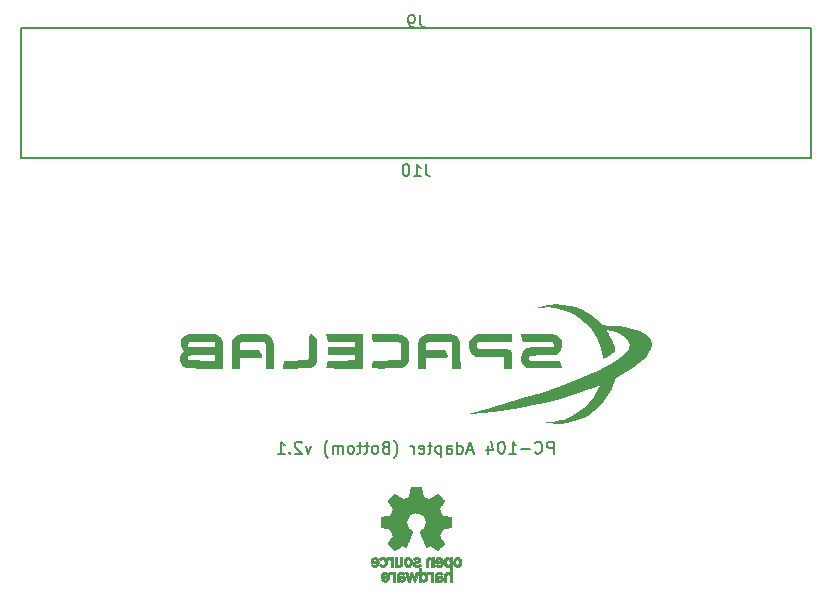
<source format=gbo>
G04 #@! TF.GenerationSoftware,KiCad,Pcbnew,7.0.9-1.fc38*
G04 #@! TF.CreationDate,2023-11-17T02:46:57-03:00*
G04 #@! TF.ProjectId,pc104-adapter-bottom,70633130-342d-4616-9461-707465722d62,v2.1*
G04 #@! TF.SameCoordinates,Original*
G04 #@! TF.FileFunction,Legend,Bot*
G04 #@! TF.FilePolarity,Positive*
%FSLAX46Y46*%
G04 Gerber Fmt 4.6, Leading zero omitted, Abs format (unit mm)*
G04 Created by KiCad (PCBNEW 7.0.9-1.fc38) date 2023-11-17 02:46:57*
%MOMM*%
%LPD*%
G01*
G04 APERTURE LIST*
%ADD10C,0.160000*%
%ADD11C,0.010000*%
G04 APERTURE END LIST*
D10*
X180470000Y-63576000D02*
X180470000Y-52516000D01*
X113530000Y-52516000D02*
X113530000Y-63576000D01*
X113530000Y-63576000D02*
X180470000Y-63576000D01*
X180470000Y-52516000D02*
X113530000Y-52516000D01*
X158642858Y-88554299D02*
X158642858Y-87554299D01*
X158642858Y-87554299D02*
X158261906Y-87554299D01*
X158261906Y-87554299D02*
X158166668Y-87601918D01*
X158166668Y-87601918D02*
X158119049Y-87649537D01*
X158119049Y-87649537D02*
X158071430Y-87744775D01*
X158071430Y-87744775D02*
X158071430Y-87887632D01*
X158071430Y-87887632D02*
X158119049Y-87982870D01*
X158119049Y-87982870D02*
X158166668Y-88030489D01*
X158166668Y-88030489D02*
X158261906Y-88078108D01*
X158261906Y-88078108D02*
X158642858Y-88078108D01*
X157071430Y-88459060D02*
X157119049Y-88506680D01*
X157119049Y-88506680D02*
X157261906Y-88554299D01*
X157261906Y-88554299D02*
X157357144Y-88554299D01*
X157357144Y-88554299D02*
X157500001Y-88506680D01*
X157500001Y-88506680D02*
X157595239Y-88411441D01*
X157595239Y-88411441D02*
X157642858Y-88316203D01*
X157642858Y-88316203D02*
X157690477Y-88125727D01*
X157690477Y-88125727D02*
X157690477Y-87982870D01*
X157690477Y-87982870D02*
X157642858Y-87792394D01*
X157642858Y-87792394D02*
X157595239Y-87697156D01*
X157595239Y-87697156D02*
X157500001Y-87601918D01*
X157500001Y-87601918D02*
X157357144Y-87554299D01*
X157357144Y-87554299D02*
X157261906Y-87554299D01*
X157261906Y-87554299D02*
X157119049Y-87601918D01*
X157119049Y-87601918D02*
X157071430Y-87649537D01*
X156642858Y-88173346D02*
X155880954Y-88173346D01*
X154880954Y-88554299D02*
X155452382Y-88554299D01*
X155166668Y-88554299D02*
X155166668Y-87554299D01*
X155166668Y-87554299D02*
X155261906Y-87697156D01*
X155261906Y-87697156D02*
X155357144Y-87792394D01*
X155357144Y-87792394D02*
X155452382Y-87840013D01*
X154261906Y-87554299D02*
X154166668Y-87554299D01*
X154166668Y-87554299D02*
X154071430Y-87601918D01*
X154071430Y-87601918D02*
X154023811Y-87649537D01*
X154023811Y-87649537D02*
X153976192Y-87744775D01*
X153976192Y-87744775D02*
X153928573Y-87935251D01*
X153928573Y-87935251D02*
X153928573Y-88173346D01*
X153928573Y-88173346D02*
X153976192Y-88363822D01*
X153976192Y-88363822D02*
X154023811Y-88459060D01*
X154023811Y-88459060D02*
X154071430Y-88506680D01*
X154071430Y-88506680D02*
X154166668Y-88554299D01*
X154166668Y-88554299D02*
X154261906Y-88554299D01*
X154261906Y-88554299D02*
X154357144Y-88506680D01*
X154357144Y-88506680D02*
X154404763Y-88459060D01*
X154404763Y-88459060D02*
X154452382Y-88363822D01*
X154452382Y-88363822D02*
X154500001Y-88173346D01*
X154500001Y-88173346D02*
X154500001Y-87935251D01*
X154500001Y-87935251D02*
X154452382Y-87744775D01*
X154452382Y-87744775D02*
X154404763Y-87649537D01*
X154404763Y-87649537D02*
X154357144Y-87601918D01*
X154357144Y-87601918D02*
X154261906Y-87554299D01*
X153071430Y-87887632D02*
X153071430Y-88554299D01*
X153309525Y-87506680D02*
X153547620Y-88220965D01*
X153547620Y-88220965D02*
X152928573Y-88220965D01*
X151833334Y-88268584D02*
X151357144Y-88268584D01*
X151928572Y-88554299D02*
X151595239Y-87554299D01*
X151595239Y-87554299D02*
X151261906Y-88554299D01*
X150500001Y-88554299D02*
X150500001Y-87554299D01*
X150500001Y-88506680D02*
X150595239Y-88554299D01*
X150595239Y-88554299D02*
X150785715Y-88554299D01*
X150785715Y-88554299D02*
X150880953Y-88506680D01*
X150880953Y-88506680D02*
X150928572Y-88459060D01*
X150928572Y-88459060D02*
X150976191Y-88363822D01*
X150976191Y-88363822D02*
X150976191Y-88078108D01*
X150976191Y-88078108D02*
X150928572Y-87982870D01*
X150928572Y-87982870D02*
X150880953Y-87935251D01*
X150880953Y-87935251D02*
X150785715Y-87887632D01*
X150785715Y-87887632D02*
X150595239Y-87887632D01*
X150595239Y-87887632D02*
X150500001Y-87935251D01*
X149595239Y-88554299D02*
X149595239Y-88030489D01*
X149595239Y-88030489D02*
X149642858Y-87935251D01*
X149642858Y-87935251D02*
X149738096Y-87887632D01*
X149738096Y-87887632D02*
X149928572Y-87887632D01*
X149928572Y-87887632D02*
X150023810Y-87935251D01*
X149595239Y-88506680D02*
X149690477Y-88554299D01*
X149690477Y-88554299D02*
X149928572Y-88554299D01*
X149928572Y-88554299D02*
X150023810Y-88506680D01*
X150023810Y-88506680D02*
X150071429Y-88411441D01*
X150071429Y-88411441D02*
X150071429Y-88316203D01*
X150071429Y-88316203D02*
X150023810Y-88220965D01*
X150023810Y-88220965D02*
X149928572Y-88173346D01*
X149928572Y-88173346D02*
X149690477Y-88173346D01*
X149690477Y-88173346D02*
X149595239Y-88125727D01*
X149119048Y-87887632D02*
X149119048Y-88887632D01*
X149119048Y-87935251D02*
X149023810Y-87887632D01*
X149023810Y-87887632D02*
X148833334Y-87887632D01*
X148833334Y-87887632D02*
X148738096Y-87935251D01*
X148738096Y-87935251D02*
X148690477Y-87982870D01*
X148690477Y-87982870D02*
X148642858Y-88078108D01*
X148642858Y-88078108D02*
X148642858Y-88363822D01*
X148642858Y-88363822D02*
X148690477Y-88459060D01*
X148690477Y-88459060D02*
X148738096Y-88506680D01*
X148738096Y-88506680D02*
X148833334Y-88554299D01*
X148833334Y-88554299D02*
X149023810Y-88554299D01*
X149023810Y-88554299D02*
X149119048Y-88506680D01*
X148357143Y-87887632D02*
X147976191Y-87887632D01*
X148214286Y-87554299D02*
X148214286Y-88411441D01*
X148214286Y-88411441D02*
X148166667Y-88506680D01*
X148166667Y-88506680D02*
X148071429Y-88554299D01*
X148071429Y-88554299D02*
X147976191Y-88554299D01*
X147261905Y-88506680D02*
X147357143Y-88554299D01*
X147357143Y-88554299D02*
X147547619Y-88554299D01*
X147547619Y-88554299D02*
X147642857Y-88506680D01*
X147642857Y-88506680D02*
X147690476Y-88411441D01*
X147690476Y-88411441D02*
X147690476Y-88030489D01*
X147690476Y-88030489D02*
X147642857Y-87935251D01*
X147642857Y-87935251D02*
X147547619Y-87887632D01*
X147547619Y-87887632D02*
X147357143Y-87887632D01*
X147357143Y-87887632D02*
X147261905Y-87935251D01*
X147261905Y-87935251D02*
X147214286Y-88030489D01*
X147214286Y-88030489D02*
X147214286Y-88125727D01*
X147214286Y-88125727D02*
X147690476Y-88220965D01*
X146785714Y-88554299D02*
X146785714Y-87887632D01*
X146785714Y-88078108D02*
X146738095Y-87982870D01*
X146738095Y-87982870D02*
X146690476Y-87935251D01*
X146690476Y-87935251D02*
X146595238Y-87887632D01*
X146595238Y-87887632D02*
X146500000Y-87887632D01*
X145119047Y-88935251D02*
X145166666Y-88887632D01*
X145166666Y-88887632D02*
X145261904Y-88744775D01*
X145261904Y-88744775D02*
X145309523Y-88649537D01*
X145309523Y-88649537D02*
X145357142Y-88506680D01*
X145357142Y-88506680D02*
X145404761Y-88268584D01*
X145404761Y-88268584D02*
X145404761Y-88078108D01*
X145404761Y-88078108D02*
X145357142Y-87840013D01*
X145357142Y-87840013D02*
X145309523Y-87697156D01*
X145309523Y-87697156D02*
X145261904Y-87601918D01*
X145261904Y-87601918D02*
X145166666Y-87459060D01*
X145166666Y-87459060D02*
X145119047Y-87411441D01*
X144404761Y-88030489D02*
X144261904Y-88078108D01*
X144261904Y-88078108D02*
X144214285Y-88125727D01*
X144214285Y-88125727D02*
X144166666Y-88220965D01*
X144166666Y-88220965D02*
X144166666Y-88363822D01*
X144166666Y-88363822D02*
X144214285Y-88459060D01*
X144214285Y-88459060D02*
X144261904Y-88506680D01*
X144261904Y-88506680D02*
X144357142Y-88554299D01*
X144357142Y-88554299D02*
X144738094Y-88554299D01*
X144738094Y-88554299D02*
X144738094Y-87554299D01*
X144738094Y-87554299D02*
X144404761Y-87554299D01*
X144404761Y-87554299D02*
X144309523Y-87601918D01*
X144309523Y-87601918D02*
X144261904Y-87649537D01*
X144261904Y-87649537D02*
X144214285Y-87744775D01*
X144214285Y-87744775D02*
X144214285Y-87840013D01*
X144214285Y-87840013D02*
X144261904Y-87935251D01*
X144261904Y-87935251D02*
X144309523Y-87982870D01*
X144309523Y-87982870D02*
X144404761Y-88030489D01*
X144404761Y-88030489D02*
X144738094Y-88030489D01*
X143595237Y-88554299D02*
X143690475Y-88506680D01*
X143690475Y-88506680D02*
X143738094Y-88459060D01*
X143738094Y-88459060D02*
X143785713Y-88363822D01*
X143785713Y-88363822D02*
X143785713Y-88078108D01*
X143785713Y-88078108D02*
X143738094Y-87982870D01*
X143738094Y-87982870D02*
X143690475Y-87935251D01*
X143690475Y-87935251D02*
X143595237Y-87887632D01*
X143595237Y-87887632D02*
X143452380Y-87887632D01*
X143452380Y-87887632D02*
X143357142Y-87935251D01*
X143357142Y-87935251D02*
X143309523Y-87982870D01*
X143309523Y-87982870D02*
X143261904Y-88078108D01*
X143261904Y-88078108D02*
X143261904Y-88363822D01*
X143261904Y-88363822D02*
X143309523Y-88459060D01*
X143309523Y-88459060D02*
X143357142Y-88506680D01*
X143357142Y-88506680D02*
X143452380Y-88554299D01*
X143452380Y-88554299D02*
X143595237Y-88554299D01*
X142976189Y-87887632D02*
X142595237Y-87887632D01*
X142833332Y-87554299D02*
X142833332Y-88411441D01*
X142833332Y-88411441D02*
X142785713Y-88506680D01*
X142785713Y-88506680D02*
X142690475Y-88554299D01*
X142690475Y-88554299D02*
X142595237Y-88554299D01*
X142404760Y-87887632D02*
X142023808Y-87887632D01*
X142261903Y-87554299D02*
X142261903Y-88411441D01*
X142261903Y-88411441D02*
X142214284Y-88506680D01*
X142214284Y-88506680D02*
X142119046Y-88554299D01*
X142119046Y-88554299D02*
X142023808Y-88554299D01*
X141547617Y-88554299D02*
X141642855Y-88506680D01*
X141642855Y-88506680D02*
X141690474Y-88459060D01*
X141690474Y-88459060D02*
X141738093Y-88363822D01*
X141738093Y-88363822D02*
X141738093Y-88078108D01*
X141738093Y-88078108D02*
X141690474Y-87982870D01*
X141690474Y-87982870D02*
X141642855Y-87935251D01*
X141642855Y-87935251D02*
X141547617Y-87887632D01*
X141547617Y-87887632D02*
X141404760Y-87887632D01*
X141404760Y-87887632D02*
X141309522Y-87935251D01*
X141309522Y-87935251D02*
X141261903Y-87982870D01*
X141261903Y-87982870D02*
X141214284Y-88078108D01*
X141214284Y-88078108D02*
X141214284Y-88363822D01*
X141214284Y-88363822D02*
X141261903Y-88459060D01*
X141261903Y-88459060D02*
X141309522Y-88506680D01*
X141309522Y-88506680D02*
X141404760Y-88554299D01*
X141404760Y-88554299D02*
X141547617Y-88554299D01*
X140785712Y-88554299D02*
X140785712Y-87887632D01*
X140785712Y-87982870D02*
X140738093Y-87935251D01*
X140738093Y-87935251D02*
X140642855Y-87887632D01*
X140642855Y-87887632D02*
X140499998Y-87887632D01*
X140499998Y-87887632D02*
X140404760Y-87935251D01*
X140404760Y-87935251D02*
X140357141Y-88030489D01*
X140357141Y-88030489D02*
X140357141Y-88554299D01*
X140357141Y-88030489D02*
X140309522Y-87935251D01*
X140309522Y-87935251D02*
X140214284Y-87887632D01*
X140214284Y-87887632D02*
X140071427Y-87887632D01*
X140071427Y-87887632D02*
X139976188Y-87935251D01*
X139976188Y-87935251D02*
X139928569Y-88030489D01*
X139928569Y-88030489D02*
X139928569Y-88554299D01*
X139547617Y-88935251D02*
X139499998Y-88887632D01*
X139499998Y-88887632D02*
X139404760Y-88744775D01*
X139404760Y-88744775D02*
X139357141Y-88649537D01*
X139357141Y-88649537D02*
X139309522Y-88506680D01*
X139309522Y-88506680D02*
X139261903Y-88268584D01*
X139261903Y-88268584D02*
X139261903Y-88078108D01*
X139261903Y-88078108D02*
X139309522Y-87840013D01*
X139309522Y-87840013D02*
X139357141Y-87697156D01*
X139357141Y-87697156D02*
X139404760Y-87601918D01*
X139404760Y-87601918D02*
X139499998Y-87459060D01*
X139499998Y-87459060D02*
X139547617Y-87411441D01*
X138119045Y-87887632D02*
X137880950Y-88554299D01*
X137880950Y-88554299D02*
X137642855Y-87887632D01*
X137309521Y-87649537D02*
X137261902Y-87601918D01*
X137261902Y-87601918D02*
X137166664Y-87554299D01*
X137166664Y-87554299D02*
X136928569Y-87554299D01*
X136928569Y-87554299D02*
X136833331Y-87601918D01*
X136833331Y-87601918D02*
X136785712Y-87649537D01*
X136785712Y-87649537D02*
X136738093Y-87744775D01*
X136738093Y-87744775D02*
X136738093Y-87840013D01*
X136738093Y-87840013D02*
X136785712Y-87982870D01*
X136785712Y-87982870D02*
X137357140Y-88554299D01*
X137357140Y-88554299D02*
X136738093Y-88554299D01*
X136309521Y-88459060D02*
X136261902Y-88506680D01*
X136261902Y-88506680D02*
X136309521Y-88554299D01*
X136309521Y-88554299D02*
X136357140Y-88506680D01*
X136357140Y-88506680D02*
X136309521Y-88459060D01*
X136309521Y-88459060D02*
X136309521Y-88554299D01*
X135309522Y-88554299D02*
X135880950Y-88554299D01*
X135595236Y-88554299D02*
X135595236Y-87554299D01*
X135595236Y-87554299D02*
X135690474Y-87697156D01*
X135690474Y-87697156D02*
X135785712Y-87792394D01*
X135785712Y-87792394D02*
X135880950Y-87840013D01*
X147333333Y-51454299D02*
X147333333Y-52168584D01*
X147333333Y-52168584D02*
X147380952Y-52311441D01*
X147380952Y-52311441D02*
X147476190Y-52406680D01*
X147476190Y-52406680D02*
X147619047Y-52454299D01*
X147619047Y-52454299D02*
X147714285Y-52454299D01*
X146809523Y-52454299D02*
X146619047Y-52454299D01*
X146619047Y-52454299D02*
X146523809Y-52406680D01*
X146523809Y-52406680D02*
X146476190Y-52359060D01*
X146476190Y-52359060D02*
X146380952Y-52216203D01*
X146380952Y-52216203D02*
X146333333Y-52025727D01*
X146333333Y-52025727D02*
X146333333Y-51644775D01*
X146333333Y-51644775D02*
X146380952Y-51549537D01*
X146380952Y-51549537D02*
X146428571Y-51501918D01*
X146428571Y-51501918D02*
X146523809Y-51454299D01*
X146523809Y-51454299D02*
X146714285Y-51454299D01*
X146714285Y-51454299D02*
X146809523Y-51501918D01*
X146809523Y-51501918D02*
X146857142Y-51549537D01*
X146857142Y-51549537D02*
X146904761Y-51644775D01*
X146904761Y-51644775D02*
X146904761Y-51882870D01*
X146904761Y-51882870D02*
X146857142Y-51978108D01*
X146857142Y-51978108D02*
X146809523Y-52025727D01*
X146809523Y-52025727D02*
X146714285Y-52073346D01*
X146714285Y-52073346D02*
X146523809Y-52073346D01*
X146523809Y-52073346D02*
X146428571Y-52025727D01*
X146428571Y-52025727D02*
X146380952Y-51978108D01*
X146380952Y-51978108D02*
X146333333Y-51882870D01*
X147809523Y-64054299D02*
X147809523Y-64768584D01*
X147809523Y-64768584D02*
X147857142Y-64911441D01*
X147857142Y-64911441D02*
X147952380Y-65006680D01*
X147952380Y-65006680D02*
X148095237Y-65054299D01*
X148095237Y-65054299D02*
X148190475Y-65054299D01*
X146809523Y-65054299D02*
X147380951Y-65054299D01*
X147095237Y-65054299D02*
X147095237Y-64054299D01*
X147095237Y-64054299D02*
X147190475Y-64197156D01*
X147190475Y-64197156D02*
X147285713Y-64292394D01*
X147285713Y-64292394D02*
X147380951Y-64340013D01*
X146190475Y-64054299D02*
X146095237Y-64054299D01*
X146095237Y-64054299D02*
X145999999Y-64101918D01*
X145999999Y-64101918D02*
X145952380Y-64149537D01*
X145952380Y-64149537D02*
X145904761Y-64244775D01*
X145904761Y-64244775D02*
X145857142Y-64435251D01*
X145857142Y-64435251D02*
X145857142Y-64673346D01*
X145857142Y-64673346D02*
X145904761Y-64863822D01*
X145904761Y-64863822D02*
X145952380Y-64959060D01*
X145952380Y-64959060D02*
X145999999Y-65006680D01*
X145999999Y-65006680D02*
X146095237Y-65054299D01*
X146095237Y-65054299D02*
X146190475Y-65054299D01*
X146190475Y-65054299D02*
X146285713Y-65006680D01*
X146285713Y-65006680D02*
X146333332Y-64959060D01*
X146333332Y-64959060D02*
X146380951Y-64863822D01*
X146380951Y-64863822D02*
X146428570Y-64673346D01*
X146428570Y-64673346D02*
X146428570Y-64435251D01*
X146428570Y-64435251D02*
X146380951Y-64244775D01*
X146380951Y-64244775D02*
X146333332Y-64149537D01*
X146333332Y-64149537D02*
X146285713Y-64101918D01*
X146285713Y-64101918D02*
X146190475Y-64054299D01*
D11*
X144723684Y-97332216D02*
X144764650Y-97345005D01*
X144815099Y-97366261D01*
X144839526Y-97377684D01*
X144857155Y-97379749D01*
X144861053Y-97363916D01*
X144861057Y-97363468D01*
X144869312Y-97348351D01*
X144897781Y-97340603D01*
X144952961Y-97338421D01*
X145044869Y-97338421D01*
X145044869Y-98140526D01*
X144861053Y-98140526D01*
X144861053Y-97587483D01*
X144815358Y-97545134D01*
X144801082Y-97533098D01*
X144758558Y-97512534D01*
X144706192Y-97511710D01*
X144634889Y-97529856D01*
X144610852Y-97531005D01*
X144582656Y-97513402D01*
X144545126Y-97471562D01*
X144526921Y-97448419D01*
X144505391Y-97415742D01*
X144502073Y-97394942D01*
X144514128Y-97377395D01*
X144551135Y-97355206D01*
X144608612Y-97337645D01*
X144670972Y-97328938D01*
X144723684Y-97332216D01*
G36*
X144723684Y-97332216D02*
G01*
X144764650Y-97345005D01*
X144815099Y-97366261D01*
X144839526Y-97377684D01*
X144857155Y-97379749D01*
X144861053Y-97363916D01*
X144861057Y-97363468D01*
X144869312Y-97348351D01*
X144897781Y-97340603D01*
X144952961Y-97338421D01*
X145044869Y-97338421D01*
X145044869Y-98140526D01*
X144861053Y-98140526D01*
X144861053Y-97587483D01*
X144815358Y-97545134D01*
X144801082Y-97533098D01*
X144758558Y-97512534D01*
X144706192Y-97511710D01*
X144634889Y-97529856D01*
X144610852Y-97531005D01*
X144582656Y-97513402D01*
X144545126Y-97471562D01*
X144526921Y-97448419D01*
X144505391Y-97415742D01*
X144502073Y-97394942D01*
X144514128Y-97377395D01*
X144551135Y-97355206D01*
X144608612Y-97337645D01*
X144670972Y-97328938D01*
X144723684Y-97332216D01*
G37*
X144967063Y-98602716D02*
X145017550Y-98626344D01*
X145061579Y-98660978D01*
X145061579Y-98626344D01*
X145062676Y-98613194D01*
X145072885Y-98599252D01*
X145100493Y-98593094D01*
X145153487Y-98591710D01*
X145245395Y-98591710D01*
X145245395Y-99410526D01*
X145061579Y-99410526D01*
X145061579Y-99143944D01*
X145061557Y-99128640D01*
X145059989Y-99021060D01*
X145056141Y-98933427D01*
X145050287Y-98870224D01*
X145042701Y-98835929D01*
X145035736Y-98822982D01*
X144992860Y-98782378D01*
X144934458Y-98764404D01*
X144870686Y-98772789D01*
X144855044Y-98778472D01*
X144821721Y-98788517D01*
X144798947Y-98785398D01*
X144776031Y-98764979D01*
X144742283Y-98723127D01*
X144687547Y-98654017D01*
X144726020Y-98622864D01*
X144762592Y-98604112D01*
X144826833Y-98591447D01*
X144899240Y-98591033D01*
X144967063Y-98602716D01*
G36*
X144967063Y-98602716D02*
G01*
X145017550Y-98626344D01*
X145061579Y-98660978D01*
X145061579Y-98626344D01*
X145062676Y-98613194D01*
X145072885Y-98599252D01*
X145100493Y-98593094D01*
X145153487Y-98591710D01*
X145245395Y-98591710D01*
X145245395Y-99410526D01*
X145061579Y-99410526D01*
X145061579Y-99143944D01*
X145061557Y-99128640D01*
X145059989Y-99021060D01*
X145056141Y-98933427D01*
X145050287Y-98870224D01*
X145042701Y-98835929D01*
X145035736Y-98822982D01*
X144992860Y-98782378D01*
X144934458Y-98764404D01*
X144870686Y-98772789D01*
X144855044Y-98778472D01*
X144821721Y-98788517D01*
X144798947Y-98785398D01*
X144776031Y-98764979D01*
X144742283Y-98723127D01*
X144687547Y-98654017D01*
X144726020Y-98622864D01*
X144762592Y-98604112D01*
X144826833Y-98591447D01*
X144899240Y-98591033D01*
X144967063Y-98602716D01*
G37*
X148453816Y-99410526D02*
X148286711Y-99410526D01*
X148286711Y-99152601D01*
X148286526Y-99092605D01*
X148284626Y-98993237D01*
X148279816Y-98919673D01*
X148271052Y-98866827D01*
X148257290Y-98829614D01*
X148237487Y-98802949D01*
X148210600Y-98781746D01*
X148181248Y-98765947D01*
X148146491Y-98761467D01*
X148097058Y-98771429D01*
X148081173Y-98775576D01*
X148041520Y-98781818D01*
X148013167Y-98772875D01*
X147980306Y-98745195D01*
X147974070Y-98739175D01*
X147939594Y-98701937D01*
X147917361Y-98671660D01*
X147914311Y-98664366D01*
X147920354Y-98637432D01*
X147950998Y-98615898D01*
X147999363Y-98600786D01*
X148058566Y-98593114D01*
X148121728Y-98593904D01*
X148181967Y-98604175D01*
X148232402Y-98624948D01*
X148248388Y-98634648D01*
X148275302Y-98648845D01*
X148285264Y-98645594D01*
X148286711Y-98624886D01*
X148287050Y-98617451D01*
X148295112Y-98600982D01*
X148320119Y-98593486D01*
X148370264Y-98591710D01*
X148453816Y-98591710D01*
X148453816Y-99410526D01*
G36*
X148453816Y-99410526D02*
G01*
X148286711Y-99410526D01*
X148286711Y-99152601D01*
X148286526Y-99092605D01*
X148284626Y-98993237D01*
X148279816Y-98919673D01*
X148271052Y-98866827D01*
X148257290Y-98829614D01*
X148237487Y-98802949D01*
X148210600Y-98781746D01*
X148181248Y-98765947D01*
X148146491Y-98761467D01*
X148097058Y-98771429D01*
X148081173Y-98775576D01*
X148041520Y-98781818D01*
X148013167Y-98772875D01*
X147980306Y-98745195D01*
X147974070Y-98739175D01*
X147939594Y-98701937D01*
X147917361Y-98671660D01*
X147914311Y-98664366D01*
X147920354Y-98637432D01*
X147950998Y-98615898D01*
X147999363Y-98600786D01*
X148058566Y-98593114D01*
X148121728Y-98593904D01*
X148181967Y-98604175D01*
X148232402Y-98624948D01*
X148248388Y-98634648D01*
X148275302Y-98648845D01*
X148285264Y-98645594D01*
X148286711Y-98624886D01*
X148287050Y-98617451D01*
X148295112Y-98600982D01*
X148320119Y-98593486D01*
X148370264Y-98591710D01*
X148453816Y-98591710D01*
X148453816Y-99410526D01*
G37*
X145379079Y-97598533D02*
X145380489Y-97715550D01*
X145386007Y-97810058D01*
X145397185Y-97878751D01*
X145415572Y-97925478D01*
X145442717Y-97954089D01*
X145480168Y-97968432D01*
X145529474Y-97972358D01*
X145576552Y-97968854D01*
X145614574Y-97955139D01*
X145642210Y-97927355D01*
X145661009Y-97881651D01*
X145672519Y-97814179D01*
X145678290Y-97721089D01*
X145679869Y-97598533D01*
X145679869Y-97338421D01*
X145846974Y-97338421D01*
X145846974Y-97652004D01*
X145846688Y-97735705D01*
X145844459Y-97843943D01*
X145838869Y-97926489D01*
X145828561Y-97988068D01*
X145812183Y-98033405D01*
X145788379Y-98067226D01*
X145755796Y-98094257D01*
X145713079Y-98119221D01*
X145623377Y-98150825D01*
X145529761Y-98152887D01*
X145441496Y-98123783D01*
X145402986Y-98104917D01*
X145383880Y-98102097D01*
X145379079Y-98115428D01*
X145371109Y-98130396D01*
X145342578Y-98138281D01*
X145287172Y-98140526D01*
X145195264Y-98140526D01*
X145195264Y-97338421D01*
X145379079Y-97338421D01*
X145379079Y-97598533D01*
G36*
X145379079Y-97598533D02*
G01*
X145380489Y-97715550D01*
X145386007Y-97810058D01*
X145397185Y-97878751D01*
X145415572Y-97925478D01*
X145442717Y-97954089D01*
X145480168Y-97968432D01*
X145529474Y-97972358D01*
X145576552Y-97968854D01*
X145614574Y-97955139D01*
X145642210Y-97927355D01*
X145661009Y-97881651D01*
X145672519Y-97814179D01*
X145678290Y-97721089D01*
X145679869Y-97598533D01*
X145679869Y-97338421D01*
X145846974Y-97338421D01*
X145846974Y-97652004D01*
X145846688Y-97735705D01*
X145844459Y-97843943D01*
X145838869Y-97926489D01*
X145828561Y-97988068D01*
X145812183Y-98033405D01*
X145788379Y-98067226D01*
X145755796Y-98094257D01*
X145713079Y-98119221D01*
X145623377Y-98150825D01*
X145529761Y-98152887D01*
X145441496Y-98123783D01*
X145402986Y-98104917D01*
X145383880Y-98102097D01*
X145379079Y-98115428D01*
X145371109Y-98130396D01*
X145342578Y-98138281D01*
X145287172Y-98140526D01*
X145195264Y-98140526D01*
X145195264Y-97338421D01*
X145379079Y-97338421D01*
X145379079Y-97598533D01*
G37*
X148172937Y-97336840D02*
X148249112Y-97360773D01*
X148282699Y-97377040D01*
X148299592Y-97378720D01*
X148303422Y-97363916D01*
X148303425Y-97363468D01*
X148311680Y-97348351D01*
X148340149Y-97340603D01*
X148395329Y-97338421D01*
X148487237Y-97338421D01*
X148487237Y-98140526D01*
X148303422Y-98140526D01*
X148303422Y-97864043D01*
X148303296Y-97770680D01*
X148302436Y-97693988D01*
X148300137Y-97640322D01*
X148295690Y-97604212D01*
X148288390Y-97580191D01*
X148277530Y-97562791D01*
X148262405Y-97546543D01*
X148241801Y-97529261D01*
X148182555Y-97506042D01*
X148120366Y-97512857D01*
X148063398Y-97549581D01*
X148047115Y-97566673D01*
X148035426Y-97583971D01*
X148027586Y-97606990D01*
X148022827Y-97641271D01*
X148020379Y-97692353D01*
X148019473Y-97765777D01*
X148019343Y-97867081D01*
X148019343Y-98140526D01*
X147835527Y-98140526D01*
X147835894Y-97843914D01*
X147835919Y-97830702D01*
X147837513Y-97704535D01*
X147842408Y-97606528D01*
X147851864Y-97531915D01*
X147867139Y-97475931D01*
X147889490Y-97433809D01*
X147920175Y-97400784D01*
X147960454Y-97372090D01*
X148002043Y-97352226D01*
X148085800Y-97334178D01*
X148172937Y-97336840D01*
G36*
X148172937Y-97336840D02*
G01*
X148249112Y-97360773D01*
X148282699Y-97377040D01*
X148299592Y-97378720D01*
X148303422Y-97363916D01*
X148303425Y-97363468D01*
X148311680Y-97348351D01*
X148340149Y-97340603D01*
X148395329Y-97338421D01*
X148487237Y-97338421D01*
X148487237Y-98140526D01*
X148303422Y-98140526D01*
X148303422Y-97864043D01*
X148303296Y-97770680D01*
X148302436Y-97693988D01*
X148300137Y-97640322D01*
X148295690Y-97604212D01*
X148288390Y-97580191D01*
X148277530Y-97562791D01*
X148262405Y-97546543D01*
X148241801Y-97529261D01*
X148182555Y-97506042D01*
X148120366Y-97512857D01*
X148063398Y-97549581D01*
X148047115Y-97566673D01*
X148035426Y-97583971D01*
X148027586Y-97606990D01*
X148022827Y-97641271D01*
X148020379Y-97692353D01*
X148019473Y-97765777D01*
X148019343Y-97867081D01*
X148019343Y-98140526D01*
X147835527Y-98140526D01*
X147835894Y-97843914D01*
X147835919Y-97830702D01*
X147837513Y-97704535D01*
X147842408Y-97606528D01*
X147851864Y-97531915D01*
X147867139Y-97475931D01*
X147889490Y-97433809D01*
X147920175Y-97400784D01*
X147960454Y-97372090D01*
X148002043Y-97352226D01*
X148085800Y-97334178D01*
X148172937Y-97336840D01*
G37*
X144253610Y-97342247D02*
X144344791Y-97377771D01*
X144421907Y-97436413D01*
X144478864Y-97516956D01*
X144482710Y-97525169D01*
X144507130Y-97605267D01*
X144519330Y-97700948D01*
X144519234Y-97800569D01*
X144506764Y-97892488D01*
X144481843Y-97965066D01*
X144451073Y-98015650D01*
X144383344Y-98087310D01*
X144298657Y-98132862D01*
X144226202Y-98151282D01*
X144115875Y-98153293D01*
X144010302Y-98125513D01*
X143916682Y-98069142D01*
X143856088Y-98019196D01*
X143910664Y-97962887D01*
X143945144Y-97929530D01*
X143976332Y-97910958D01*
X144005250Y-97915047D01*
X144042237Y-97940000D01*
X144056985Y-97949768D01*
X144119291Y-97969762D01*
X144190903Y-97969749D01*
X144257950Y-97949143D01*
X144283196Y-97932595D01*
X144320228Y-97883730D01*
X144338792Y-97811958D01*
X144339987Y-97714136D01*
X144339983Y-97714081D01*
X144326171Y-97626562D01*
X144295744Y-97565881D01*
X144245676Y-97528345D01*
X144172941Y-97510261D01*
X144127137Y-97507829D01*
X144087116Y-97517789D01*
X144046070Y-97546642D01*
X143992954Y-97591336D01*
X143925688Y-97537279D01*
X143901113Y-97516570D01*
X143870416Y-97486899D01*
X143858422Y-97469413D01*
X143862669Y-97461533D01*
X143887135Y-97437340D01*
X143926110Y-97406571D01*
X143956605Y-97386549D01*
X144053424Y-97345419D01*
X144154457Y-97331057D01*
X144253610Y-97342247D01*
G36*
X144253610Y-97342247D02*
G01*
X144344791Y-97377771D01*
X144421907Y-97436413D01*
X144478864Y-97516956D01*
X144482710Y-97525169D01*
X144507130Y-97605267D01*
X144519330Y-97700948D01*
X144519234Y-97800569D01*
X144506764Y-97892488D01*
X144481843Y-97965066D01*
X144451073Y-98015650D01*
X144383344Y-98087310D01*
X144298657Y-98132862D01*
X144226202Y-98151282D01*
X144115875Y-98153293D01*
X144010302Y-98125513D01*
X143916682Y-98069142D01*
X143856088Y-98019196D01*
X143910664Y-97962887D01*
X143945144Y-97929530D01*
X143976332Y-97910958D01*
X144005250Y-97915047D01*
X144042237Y-97940000D01*
X144056985Y-97949768D01*
X144119291Y-97969762D01*
X144190903Y-97969749D01*
X144257950Y-97949143D01*
X144283196Y-97932595D01*
X144320228Y-97883730D01*
X144338792Y-97811958D01*
X144339987Y-97714136D01*
X144339983Y-97714081D01*
X144326171Y-97626562D01*
X144295744Y-97565881D01*
X144245676Y-97528345D01*
X144172941Y-97510261D01*
X144127137Y-97507829D01*
X144087116Y-97517789D01*
X144046070Y-97546642D01*
X143992954Y-97591336D01*
X143925688Y-97537279D01*
X143901113Y-97516570D01*
X143870416Y-97486899D01*
X143858422Y-97469413D01*
X143862669Y-97461533D01*
X143887135Y-97437340D01*
X143926110Y-97406571D01*
X143956605Y-97386549D01*
X144053424Y-97345419D01*
X144154457Y-97331057D01*
X144253610Y-97342247D01*
G37*
X146644982Y-97797116D02*
X146640320Y-97850001D01*
X146619714Y-97950965D01*
X146582857Y-98028007D01*
X146526761Y-98086201D01*
X146448434Y-98130617D01*
X146418023Y-98141188D01*
X146339263Y-98154377D01*
X146256384Y-98154018D01*
X146186450Y-98139531D01*
X146185076Y-98139005D01*
X146128718Y-98105852D01*
X146071780Y-98054530D01*
X146024535Y-97995840D01*
X145997255Y-97940584D01*
X145989169Y-97900193D01*
X145982246Y-97824569D01*
X145981085Y-97757161D01*
X146149442Y-97757161D01*
X146159507Y-97838014D01*
X146183151Y-97904451D01*
X146218973Y-97947862D01*
X146232551Y-97955316D01*
X146284327Y-97968864D01*
X146344213Y-97971651D01*
X146394596Y-97962237D01*
X146414260Y-97948736D01*
X146441862Y-97901523D01*
X146459230Y-97827630D01*
X146465264Y-97730663D01*
X146465167Y-97702750D01*
X146463071Y-97646190D01*
X146456100Y-97609294D01*
X146441475Y-97582031D01*
X146416418Y-97554372D01*
X146368736Y-97520849D01*
X146306663Y-97507143D01*
X146246689Y-97520197D01*
X146196891Y-97557951D01*
X146165345Y-97618349D01*
X146154358Y-97670502D01*
X146149442Y-97757161D01*
X145981085Y-97757161D01*
X145980763Y-97738442D01*
X145984478Y-97652719D01*
X145993145Y-97578305D01*
X146006522Y-97526106D01*
X146037679Y-97467006D01*
X146103808Y-97394340D01*
X146188331Y-97348310D01*
X146288734Y-97330090D01*
X146402505Y-97340858D01*
X146421435Y-97345445D01*
X146509595Y-97385000D01*
X146576028Y-97449941D01*
X146620735Y-97540271D01*
X146643718Y-97655994D01*
X146644387Y-97730663D01*
X146644982Y-97797116D01*
G36*
X146644982Y-97797116D02*
G01*
X146640320Y-97850001D01*
X146619714Y-97950965D01*
X146582857Y-98028007D01*
X146526761Y-98086201D01*
X146448434Y-98130617D01*
X146418023Y-98141188D01*
X146339263Y-98154377D01*
X146256384Y-98154018D01*
X146186450Y-98139531D01*
X146185076Y-98139005D01*
X146128718Y-98105852D01*
X146071780Y-98054530D01*
X146024535Y-97995840D01*
X145997255Y-97940584D01*
X145989169Y-97900193D01*
X145982246Y-97824569D01*
X145981085Y-97757161D01*
X146149442Y-97757161D01*
X146159507Y-97838014D01*
X146183151Y-97904451D01*
X146218973Y-97947862D01*
X146232551Y-97955316D01*
X146284327Y-97968864D01*
X146344213Y-97971651D01*
X146394596Y-97962237D01*
X146414260Y-97948736D01*
X146441862Y-97901523D01*
X146459230Y-97827630D01*
X146465264Y-97730663D01*
X146465167Y-97702750D01*
X146463071Y-97646190D01*
X146456100Y-97609294D01*
X146441475Y-97582031D01*
X146416418Y-97554372D01*
X146368736Y-97520849D01*
X146306663Y-97507143D01*
X146246689Y-97520197D01*
X146196891Y-97557951D01*
X146165345Y-97618349D01*
X146154358Y-97670502D01*
X146149442Y-97757161D01*
X145981085Y-97757161D01*
X145980763Y-97738442D01*
X145984478Y-97652719D01*
X145993145Y-97578305D01*
X146006522Y-97526106D01*
X146037679Y-97467006D01*
X146103808Y-97394340D01*
X146188331Y-97348310D01*
X146288734Y-97330090D01*
X146402505Y-97340858D01*
X146421435Y-97345445D01*
X146509595Y-97385000D01*
X146576028Y-97449941D01*
X146620735Y-97540271D01*
X146643718Y-97655994D01*
X146644387Y-97730663D01*
X146644982Y-97797116D01*
G37*
X146778063Y-98854107D02*
X146800655Y-98921510D01*
X146827379Y-98996127D01*
X146849696Y-99052654D01*
X146865759Y-99086486D01*
X146873724Y-99093016D01*
X146875646Y-99087337D01*
X146886049Y-99052507D01*
X146902619Y-98994335D01*
X146923516Y-98919333D01*
X146946900Y-98834013D01*
X147010518Y-98600066D01*
X147107655Y-98594990D01*
X147115854Y-98594584D01*
X147168235Y-98594046D01*
X147193406Y-98599423D01*
X147196612Y-98611701D01*
X147192562Y-98623692D01*
X147179241Y-98664734D01*
X147158384Y-98729736D01*
X147131479Y-98814048D01*
X147100012Y-98913022D01*
X147065469Y-99022006D01*
X146942505Y-99410526D01*
X146788689Y-99410526D01*
X146716213Y-99164046D01*
X146702830Y-99118785D01*
X146678096Y-99036502D01*
X146656962Y-98967940D01*
X146641329Y-98919225D01*
X146633102Y-98896483D01*
X146630758Y-98894787D01*
X146619351Y-98909456D01*
X146603065Y-98948248D01*
X146584606Y-99005102D01*
X146583631Y-99008441D01*
X146558917Y-99092347D01*
X146530641Y-99187351D01*
X146504730Y-99273528D01*
X146462714Y-99412253D01*
X146307750Y-99402171D01*
X146235987Y-99176579D01*
X146204480Y-99077454D01*
X146169187Y-98966281D01*
X146135393Y-98859704D01*
X146107418Y-98771349D01*
X146050613Y-98591710D01*
X146240656Y-98591710D01*
X146286720Y-98762993D01*
X146298965Y-98808251D01*
X146322125Y-98892625D01*
X146343572Y-98969384D01*
X146359876Y-99026184D01*
X146386969Y-99118092D01*
X146473374Y-98859079D01*
X146559780Y-98600066D01*
X146625870Y-98595104D01*
X146691959Y-98590143D01*
X146778063Y-98854107D01*
G36*
X146778063Y-98854107D02*
G01*
X146800655Y-98921510D01*
X146827379Y-98996127D01*
X146849696Y-99052654D01*
X146865759Y-99086486D01*
X146873724Y-99093016D01*
X146875646Y-99087337D01*
X146886049Y-99052507D01*
X146902619Y-98994335D01*
X146923516Y-98919333D01*
X146946900Y-98834013D01*
X147010518Y-98600066D01*
X147107655Y-98594990D01*
X147115854Y-98594584D01*
X147168235Y-98594046D01*
X147193406Y-98599423D01*
X147196612Y-98611701D01*
X147192562Y-98623692D01*
X147179241Y-98664734D01*
X147158384Y-98729736D01*
X147131479Y-98814048D01*
X147100012Y-98913022D01*
X147065469Y-99022006D01*
X146942505Y-99410526D01*
X146788689Y-99410526D01*
X146716213Y-99164046D01*
X146702830Y-99118785D01*
X146678096Y-99036502D01*
X146656962Y-98967940D01*
X146641329Y-98919225D01*
X146633102Y-98896483D01*
X146630758Y-98894787D01*
X146619351Y-98909456D01*
X146603065Y-98948248D01*
X146584606Y-99005102D01*
X146583631Y-99008441D01*
X146558917Y-99092347D01*
X146530641Y-99187351D01*
X146504730Y-99273528D01*
X146462714Y-99412253D01*
X146307750Y-99402171D01*
X146235987Y-99176579D01*
X146204480Y-99077454D01*
X146169187Y-98966281D01*
X146135393Y-98859704D01*
X146107418Y-98771349D01*
X146050613Y-98591710D01*
X146240656Y-98591710D01*
X146286720Y-98762993D01*
X146298965Y-98808251D01*
X146322125Y-98892625D01*
X146343572Y-98969384D01*
X146359876Y-99026184D01*
X146386969Y-99118092D01*
X146473374Y-98859079D01*
X146559780Y-98600066D01*
X146625870Y-98595104D01*
X146691959Y-98590143D01*
X146778063Y-98854107D01*
G37*
X150807431Y-97785368D02*
X150805273Y-97837701D01*
X150800376Y-97901519D01*
X150792033Y-97946752D01*
X150778256Y-97982593D01*
X150757057Y-98018236D01*
X150756154Y-98019587D01*
X150703953Y-98077335D01*
X150640083Y-98121380D01*
X150565813Y-98147517D01*
X150468110Y-98156003D01*
X150372350Y-98139316D01*
X150286755Y-98099106D01*
X150219545Y-98037022D01*
X150200250Y-98007688D01*
X150164216Y-97916496D01*
X150146344Y-97803984D01*
X150146650Y-97775524D01*
X150326249Y-97775524D01*
X150326588Y-97828750D01*
X150332231Y-97864284D01*
X150345089Y-97891589D01*
X150367072Y-97920124D01*
X150397579Y-97948440D01*
X150458592Y-97973710D01*
X150524106Y-97969016D01*
X150586719Y-97933896D01*
X150604381Y-97917122D01*
X150623239Y-97888407D01*
X150633696Y-97848046D01*
X150639624Y-97785154D01*
X150641257Y-97737910D01*
X150632311Y-97641428D01*
X150604860Y-97572352D01*
X150558781Y-97530301D01*
X150504766Y-97510165D01*
X150440349Y-97511860D01*
X150380637Y-97545855D01*
X150366361Y-97558797D01*
X150348347Y-97581440D01*
X150337659Y-97611064D01*
X150331729Y-97656482D01*
X150327988Y-97726506D01*
X150326249Y-97775524D01*
X150146650Y-97775524D01*
X150147723Y-97675624D01*
X150149482Y-97657418D01*
X150174024Y-97540812D01*
X150219430Y-97450290D01*
X150285795Y-97385754D01*
X150373216Y-97347104D01*
X150481791Y-97334243D01*
X150522811Y-97335450D01*
X150606934Y-97350220D01*
X150675722Y-97385474D01*
X150739854Y-97445828D01*
X150750110Y-97457942D01*
X150777774Y-97498737D01*
X150795955Y-97544930D01*
X150806036Y-97603468D01*
X150809401Y-97681299D01*
X150808329Y-97737910D01*
X150807431Y-97785368D01*
G36*
X150807431Y-97785368D02*
G01*
X150805273Y-97837701D01*
X150800376Y-97901519D01*
X150792033Y-97946752D01*
X150778256Y-97982593D01*
X150757057Y-98018236D01*
X150756154Y-98019587D01*
X150703953Y-98077335D01*
X150640083Y-98121380D01*
X150565813Y-98147517D01*
X150468110Y-98156003D01*
X150372350Y-98139316D01*
X150286755Y-98099106D01*
X150219545Y-98037022D01*
X150200250Y-98007688D01*
X150164216Y-97916496D01*
X150146344Y-97803984D01*
X150146650Y-97775524D01*
X150326249Y-97775524D01*
X150326588Y-97828750D01*
X150332231Y-97864284D01*
X150345089Y-97891589D01*
X150367072Y-97920124D01*
X150397579Y-97948440D01*
X150458592Y-97973710D01*
X150524106Y-97969016D01*
X150586719Y-97933896D01*
X150604381Y-97917122D01*
X150623239Y-97888407D01*
X150633696Y-97848046D01*
X150639624Y-97785154D01*
X150641257Y-97737910D01*
X150632311Y-97641428D01*
X150604860Y-97572352D01*
X150558781Y-97530301D01*
X150504766Y-97510165D01*
X150440349Y-97511860D01*
X150380637Y-97545855D01*
X150366361Y-97558797D01*
X150348347Y-97581440D01*
X150337659Y-97611064D01*
X150331729Y-97656482D01*
X150327988Y-97726506D01*
X150326249Y-97775524D01*
X150146650Y-97775524D01*
X150147723Y-97675624D01*
X150149482Y-97657418D01*
X150174024Y-97540812D01*
X150219430Y-97450290D01*
X150285795Y-97385754D01*
X150373216Y-97347104D01*
X150481791Y-97334243D01*
X150522811Y-97335450D01*
X150606934Y-97350220D01*
X150675722Y-97385474D01*
X150739854Y-97445828D01*
X150750110Y-97457942D01*
X150777774Y-97498737D01*
X150795955Y-97544930D01*
X150806036Y-97603468D01*
X150809401Y-97681299D01*
X150808329Y-97737910D01*
X150807431Y-97785368D01*
G37*
X147917986Y-99063659D02*
X147915868Y-99135101D01*
X147911608Y-99184866D01*
X147910878Y-99189427D01*
X147882206Y-99271004D01*
X147829846Y-99340165D01*
X147761158Y-99387021D01*
X147687396Y-99406416D01*
X147596668Y-99404911D01*
X147513205Y-99378906D01*
X147491465Y-99367932D01*
X147463510Y-99356174D01*
X147452872Y-99359832D01*
X147451185Y-99378906D01*
X147450410Y-99388418D01*
X147440407Y-99402485D01*
X147412623Y-99408962D01*
X147359277Y-99410526D01*
X147267369Y-99410526D01*
X147267369Y-99009328D01*
X147451185Y-99009328D01*
X147452502Y-99078832D01*
X147457848Y-99125106D01*
X147469262Y-99156807D01*
X147488783Y-99183373D01*
X147540329Y-99222873D01*
X147600650Y-99236115D01*
X147659144Y-99219740D01*
X147708410Y-99174060D01*
X147721432Y-99140634D01*
X147731051Y-99081441D01*
X147735280Y-99009626D01*
X147733948Y-98935967D01*
X147726884Y-98871239D01*
X147713917Y-98826222D01*
X147709774Y-98818840D01*
X147669840Y-98781738D01*
X147615722Y-98765301D01*
X147557600Y-98769124D01*
X147505653Y-98792802D01*
X147470063Y-98835929D01*
X147468592Y-98839556D01*
X147459767Y-98880026D01*
X147453542Y-98940499D01*
X147451185Y-99009328D01*
X147267369Y-99009328D01*
X147267369Y-98274210D01*
X147451185Y-98274210D01*
X147451185Y-98663732D01*
X147485232Y-98632920D01*
X147518014Y-98613769D01*
X147580059Y-98597760D01*
X147652589Y-98592602D01*
X147723419Y-98598935D01*
X147780368Y-98617400D01*
X147821128Y-98643666D01*
X147863113Y-98688412D01*
X147891370Y-98748588D01*
X147908355Y-98829988D01*
X147916528Y-98938405D01*
X147917729Y-98982230D01*
X147917816Y-99009626D01*
X147917986Y-99063659D01*
G36*
X147917986Y-99063659D02*
G01*
X147915868Y-99135101D01*
X147911608Y-99184866D01*
X147910878Y-99189427D01*
X147882206Y-99271004D01*
X147829846Y-99340165D01*
X147761158Y-99387021D01*
X147687396Y-99406416D01*
X147596668Y-99404911D01*
X147513205Y-99378906D01*
X147491465Y-99367932D01*
X147463510Y-99356174D01*
X147452872Y-99359832D01*
X147451185Y-99378906D01*
X147450410Y-99388418D01*
X147440407Y-99402485D01*
X147412623Y-99408962D01*
X147359277Y-99410526D01*
X147267369Y-99410526D01*
X147267369Y-99009328D01*
X147451185Y-99009328D01*
X147452502Y-99078832D01*
X147457848Y-99125106D01*
X147469262Y-99156807D01*
X147488783Y-99183373D01*
X147540329Y-99222873D01*
X147600650Y-99236115D01*
X147659144Y-99219740D01*
X147708410Y-99174060D01*
X147721432Y-99140634D01*
X147731051Y-99081441D01*
X147735280Y-99009626D01*
X147733948Y-98935967D01*
X147726884Y-98871239D01*
X147713917Y-98826222D01*
X147709774Y-98818840D01*
X147669840Y-98781738D01*
X147615722Y-98765301D01*
X147557600Y-98769124D01*
X147505653Y-98792802D01*
X147470063Y-98835929D01*
X147468592Y-98839556D01*
X147459767Y-98880026D01*
X147453542Y-98940499D01*
X147451185Y-99009328D01*
X147267369Y-99009328D01*
X147267369Y-98274210D01*
X147451185Y-98274210D01*
X147451185Y-98663732D01*
X147485232Y-98632920D01*
X147518014Y-98613769D01*
X147580059Y-98597760D01*
X147652589Y-98592602D01*
X147723419Y-98598935D01*
X147780368Y-98617400D01*
X147821128Y-98643666D01*
X147863113Y-98688412D01*
X147891370Y-98748588D01*
X147908355Y-98829988D01*
X147916528Y-98938405D01*
X147917729Y-98982230D01*
X147917816Y-99009626D01*
X147917986Y-99063659D01*
G37*
X143836367Y-97685627D02*
X143834216Y-97813529D01*
X143833936Y-97816044D01*
X143809909Y-97933405D01*
X143766499Y-98024652D01*
X143702353Y-98091791D01*
X143616119Y-98136824D01*
X143600289Y-98141974D01*
X143502173Y-98157151D01*
X143400698Y-98148688D01*
X143306359Y-98118445D01*
X143229649Y-98068285D01*
X143172190Y-98015197D01*
X143233266Y-97966904D01*
X143294341Y-97918611D01*
X143367947Y-97954371D01*
X143453115Y-97983347D01*
X143528301Y-97984215D01*
X143589816Y-97957592D01*
X143634083Y-97904155D01*
X143649952Y-97872136D01*
X143658811Y-97844771D01*
X143653685Y-97826285D01*
X143630687Y-97814938D01*
X143585931Y-97808987D01*
X143515529Y-97806693D01*
X143415593Y-97806316D01*
X143173290Y-97806316D01*
X143173290Y-97690430D01*
X143175100Y-97639555D01*
X143345706Y-97639555D01*
X143353900Y-97648912D01*
X143378160Y-97653783D01*
X143424272Y-97655630D01*
X143498019Y-97655921D01*
X143537566Y-97655457D01*
X143599971Y-97652388D01*
X143642303Y-97647013D01*
X143657895Y-97639997D01*
X143653906Y-97614108D01*
X143625788Y-97564570D01*
X143578932Y-97523875D01*
X143523074Y-97499295D01*
X143467951Y-97498105D01*
X143426458Y-97517815D01*
X143379440Y-97562668D01*
X143349545Y-97618322D01*
X143347794Y-97624245D01*
X143345706Y-97639555D01*
X143175100Y-97639555D01*
X143175471Y-97629138D01*
X143181876Y-97568496D01*
X143191025Y-97527502D01*
X143197695Y-97511852D01*
X143246243Y-97442149D01*
X143316391Y-97384013D01*
X143398426Y-97345949D01*
X143441216Y-97335554D01*
X143543170Y-97330822D01*
X143634015Y-97354893D01*
X143711253Y-97405088D01*
X143772389Y-97478727D01*
X143814926Y-97573133D01*
X143827671Y-97639997D01*
X143836367Y-97685627D01*
G36*
X143836367Y-97685627D02*
G01*
X143834216Y-97813529D01*
X143833936Y-97816044D01*
X143809909Y-97933405D01*
X143766499Y-98024652D01*
X143702353Y-98091791D01*
X143616119Y-98136824D01*
X143600289Y-98141974D01*
X143502173Y-98157151D01*
X143400698Y-98148688D01*
X143306359Y-98118445D01*
X143229649Y-98068285D01*
X143172190Y-98015197D01*
X143233266Y-97966904D01*
X143294341Y-97918611D01*
X143367947Y-97954371D01*
X143453115Y-97983347D01*
X143528301Y-97984215D01*
X143589816Y-97957592D01*
X143634083Y-97904155D01*
X143649952Y-97872136D01*
X143658811Y-97844771D01*
X143653685Y-97826285D01*
X143630687Y-97814938D01*
X143585931Y-97808987D01*
X143515529Y-97806693D01*
X143415593Y-97806316D01*
X143173290Y-97806316D01*
X143173290Y-97690430D01*
X143175100Y-97639555D01*
X143345706Y-97639555D01*
X143353900Y-97648912D01*
X143378160Y-97653783D01*
X143424272Y-97655630D01*
X143498019Y-97655921D01*
X143537566Y-97655457D01*
X143599971Y-97652388D01*
X143642303Y-97647013D01*
X143657895Y-97639997D01*
X143653906Y-97614108D01*
X143625788Y-97564570D01*
X143578932Y-97523875D01*
X143523074Y-97499295D01*
X143467951Y-97498105D01*
X143426458Y-97517815D01*
X143379440Y-97562668D01*
X143349545Y-97618322D01*
X143347794Y-97624245D01*
X143345706Y-97639555D01*
X143175100Y-97639555D01*
X143175471Y-97629138D01*
X143181876Y-97568496D01*
X143191025Y-97527502D01*
X143197695Y-97511852D01*
X143246243Y-97442149D01*
X143316391Y-97384013D01*
X143398426Y-97345949D01*
X143441216Y-97335554D01*
X143543170Y-97330822D01*
X143634015Y-97354893D01*
X143711253Y-97405088D01*
X143772389Y-97478727D01*
X143814926Y-97573133D01*
X143827671Y-97639997D01*
X143836367Y-97685627D01*
G37*
X147131399Y-97337879D02*
X147227909Y-97362068D01*
X147298411Y-97406902D01*
X147343307Y-97472681D01*
X147362999Y-97559707D01*
X147359012Y-97643023D01*
X147330235Y-97713297D01*
X147275048Y-97765254D01*
X147192348Y-97799910D01*
X147081026Y-97818279D01*
X147008692Y-97827906D01*
X146942670Y-97848737D01*
X146908583Y-97878904D01*
X146906526Y-97918352D01*
X146920243Y-97942949D01*
X146962726Y-97972101D01*
X147023117Y-97985889D01*
X147093889Y-97984004D01*
X147167512Y-97966133D01*
X147236457Y-97931967D01*
X147305197Y-97886477D01*
X147426119Y-98008835D01*
X147375987Y-98049755D01*
X147356494Y-98063973D01*
X147301650Y-98096275D01*
X147242303Y-98124109D01*
X147195335Y-98140083D01*
X147126562Y-98151654D01*
X147041777Y-98151807D01*
X146937806Y-98139067D01*
X146844145Y-98106777D01*
X146777849Y-98055486D01*
X146738760Y-97985065D01*
X146726722Y-97895387D01*
X146735436Y-97816497D01*
X146763408Y-97751907D01*
X146813768Y-97705651D01*
X146889703Y-97674888D01*
X146994400Y-97656778D01*
X147006425Y-97655467D01*
X147071611Y-97647106D01*
X147124490Y-97638357D01*
X147154573Y-97630913D01*
X147164612Y-97624920D01*
X147181584Y-97594013D01*
X147178828Y-97554450D01*
X147156146Y-97520105D01*
X147144236Y-97512615D01*
X147094606Y-97500613D01*
X147030500Y-97501420D01*
X146963653Y-97514192D01*
X146905799Y-97538086D01*
X146845008Y-97573954D01*
X146797854Y-97518852D01*
X146786412Y-97504853D01*
X146760634Y-97467353D01*
X146750022Y-97441937D01*
X146761166Y-97426353D01*
X146795644Y-97402026D01*
X146845428Y-97375848D01*
X146852443Y-97372648D01*
X146918092Y-97347548D01*
X146981372Y-97335547D01*
X147059900Y-97333137D01*
X147131399Y-97337879D01*
G36*
X147131399Y-97337879D02*
G01*
X147227909Y-97362068D01*
X147298411Y-97406902D01*
X147343307Y-97472681D01*
X147362999Y-97559707D01*
X147359012Y-97643023D01*
X147330235Y-97713297D01*
X147275048Y-97765254D01*
X147192348Y-97799910D01*
X147081026Y-97818279D01*
X147008692Y-97827906D01*
X146942670Y-97848737D01*
X146908583Y-97878904D01*
X146906526Y-97918352D01*
X146920243Y-97942949D01*
X146962726Y-97972101D01*
X147023117Y-97985889D01*
X147093889Y-97984004D01*
X147167512Y-97966133D01*
X147236457Y-97931967D01*
X147305197Y-97886477D01*
X147426119Y-98008835D01*
X147375987Y-98049755D01*
X147356494Y-98063973D01*
X147301650Y-98096275D01*
X147242303Y-98124109D01*
X147195335Y-98140083D01*
X147126562Y-98151654D01*
X147041777Y-98151807D01*
X146937806Y-98139067D01*
X146844145Y-98106777D01*
X146777849Y-98055486D01*
X146738760Y-97985065D01*
X146726722Y-97895387D01*
X146735436Y-97816497D01*
X146763408Y-97751907D01*
X146813768Y-97705651D01*
X146889703Y-97674888D01*
X146994400Y-97656778D01*
X147006425Y-97655467D01*
X147071611Y-97647106D01*
X147124490Y-97638357D01*
X147154573Y-97630913D01*
X147164612Y-97624920D01*
X147181584Y-97594013D01*
X147178828Y-97554450D01*
X147156146Y-97520105D01*
X147144236Y-97512615D01*
X147094606Y-97500613D01*
X147030500Y-97501420D01*
X146963653Y-97514192D01*
X146905799Y-97538086D01*
X146845008Y-97573954D01*
X146797854Y-97518852D01*
X146786412Y-97504853D01*
X146760634Y-97467353D01*
X146750022Y-97441937D01*
X146761166Y-97426353D01*
X146795644Y-97402026D01*
X146845428Y-97375848D01*
X146852443Y-97372648D01*
X146918092Y-97347548D01*
X146981372Y-97335547D01*
X147059900Y-97333137D01*
X147131399Y-97337879D01*
G37*
X144693418Y-99001118D02*
X144691245Y-99063498D01*
X144671455Y-99182794D01*
X144630734Y-99276598D01*
X144568724Y-99345581D01*
X144485066Y-99390412D01*
X144458037Y-99398332D01*
X144361524Y-99409395D01*
X144259615Y-99400059D01*
X144167566Y-99371246D01*
X144135138Y-99354892D01*
X144088643Y-99326878D01*
X144060465Y-99303827D01*
X144056305Y-99298560D01*
X144048522Y-99279299D01*
X144059736Y-99258361D01*
X144093886Y-99226650D01*
X144110367Y-99212845D01*
X144142832Y-99187583D01*
X144159855Y-99177258D01*
X144164732Y-99178321D01*
X144192681Y-99189819D01*
X144234408Y-99210000D01*
X144248013Y-99216638D01*
X144328271Y-99241289D01*
X144397997Y-99234935D01*
X144459140Y-99197467D01*
X144466255Y-99190544D01*
X144500268Y-99147178D01*
X144519702Y-99105559D01*
X144530466Y-99059605D01*
X144025527Y-99059605D01*
X144025620Y-98971875D01*
X144025673Y-98963150D01*
X144032490Y-98892763D01*
X144209343Y-98892763D01*
X144211431Y-98907361D01*
X144222152Y-98917422D01*
X144247707Y-98923006D01*
X144294289Y-98925408D01*
X144368093Y-98925921D01*
X144409124Y-98925389D01*
X144469688Y-98922280D01*
X144511345Y-98917012D01*
X144526843Y-98910298D01*
X144513626Y-98855033D01*
X144474930Y-98803452D01*
X144419121Y-98767666D01*
X144354651Y-98755288D01*
X144307185Y-98769242D01*
X144259738Y-98803353D01*
X144223669Y-98847796D01*
X144209343Y-98892763D01*
X144032490Y-98892763D01*
X144036127Y-98855216D01*
X144066555Y-98767413D01*
X144119649Y-98691723D01*
X144152038Y-98659705D01*
X144218932Y-98616845D01*
X144298807Y-98596078D01*
X144399700Y-98594618D01*
X144448435Y-98600343D01*
X144538396Y-98630071D01*
X144607271Y-98684178D01*
X144655664Y-98763498D01*
X144684179Y-98868866D01*
X144687074Y-98910298D01*
X144693418Y-99001118D01*
G36*
X144693418Y-99001118D02*
G01*
X144691245Y-99063498D01*
X144671455Y-99182794D01*
X144630734Y-99276598D01*
X144568724Y-99345581D01*
X144485066Y-99390412D01*
X144458037Y-99398332D01*
X144361524Y-99409395D01*
X144259615Y-99400059D01*
X144167566Y-99371246D01*
X144135138Y-99354892D01*
X144088643Y-99326878D01*
X144060465Y-99303827D01*
X144056305Y-99298560D01*
X144048522Y-99279299D01*
X144059736Y-99258361D01*
X144093886Y-99226650D01*
X144110367Y-99212845D01*
X144142832Y-99187583D01*
X144159855Y-99177258D01*
X144164732Y-99178321D01*
X144192681Y-99189819D01*
X144234408Y-99210000D01*
X144248013Y-99216638D01*
X144328271Y-99241289D01*
X144397997Y-99234935D01*
X144459140Y-99197467D01*
X144466255Y-99190544D01*
X144500268Y-99147178D01*
X144519702Y-99105559D01*
X144530466Y-99059605D01*
X144025527Y-99059605D01*
X144025620Y-98971875D01*
X144025673Y-98963150D01*
X144032490Y-98892763D01*
X144209343Y-98892763D01*
X144211431Y-98907361D01*
X144222152Y-98917422D01*
X144247707Y-98923006D01*
X144294289Y-98925408D01*
X144368093Y-98925921D01*
X144409124Y-98925389D01*
X144469688Y-98922280D01*
X144511345Y-98917012D01*
X144526843Y-98910298D01*
X144513626Y-98855033D01*
X144474930Y-98803452D01*
X144419121Y-98767666D01*
X144354651Y-98755288D01*
X144307185Y-98769242D01*
X144259738Y-98803353D01*
X144223669Y-98847796D01*
X144209343Y-98892763D01*
X144032490Y-98892763D01*
X144036127Y-98855216D01*
X144066555Y-98767413D01*
X144119649Y-98691723D01*
X144152038Y-98659705D01*
X144218932Y-98616845D01*
X144298807Y-98596078D01*
X144399700Y-98594618D01*
X144448435Y-98600343D01*
X144538396Y-98630071D01*
X144607271Y-98684178D01*
X144655664Y-98763498D01*
X144684179Y-98868866D01*
X144687074Y-98910298D01*
X144693418Y-99001118D01*
G37*
X149268543Y-97639091D02*
X149274389Y-97756138D01*
X149272928Y-97807216D01*
X149256454Y-97918843D01*
X149220151Y-98006856D01*
X149162120Y-98074884D01*
X149080461Y-98126551D01*
X149001246Y-98150670D01*
X148901871Y-98155285D01*
X148801607Y-98137537D01*
X148712172Y-98098327D01*
X148679030Y-98076515D01*
X148642515Y-98048556D01*
X148625853Y-98030158D01*
X148626798Y-98022567D01*
X148645448Y-97996703D01*
X148680498Y-97965367D01*
X148741241Y-97919036D01*
X148812418Y-97954584D01*
X148831665Y-97963383D01*
X148888323Y-97982506D01*
X148935811Y-97990131D01*
X148970828Y-97983848D01*
X149025778Y-97953591D01*
X149071967Y-97906620D01*
X149098387Y-97852270D01*
X149109150Y-97806316D01*
X148604211Y-97806316D01*
X148604304Y-97718585D01*
X148605069Y-97690781D01*
X148610649Y-97631119D01*
X148788027Y-97631119D01*
X148788352Y-97634537D01*
X148797540Y-97645181D01*
X148823504Y-97651720D01*
X148871779Y-97655014D01*
X148947903Y-97655921D01*
X148972923Y-97655910D01*
X149037902Y-97655310D01*
X149076964Y-97652715D01*
X149095903Y-97646662D01*
X149100511Y-97635686D01*
X149096581Y-97618322D01*
X149095981Y-97616353D01*
X149062127Y-97555930D01*
X149008757Y-97514329D01*
X148945115Y-97498842D01*
X148921591Y-97500080D01*
X148877928Y-97514896D01*
X148836041Y-97552579D01*
X148824758Y-97565903D01*
X148798513Y-97603956D01*
X148788027Y-97631119D01*
X148610649Y-97631119D01*
X148611366Y-97623449D01*
X148621926Y-97567734D01*
X148633501Y-97536543D01*
X148674195Y-97468700D01*
X148728695Y-97407086D01*
X148786330Y-97364866D01*
X148802982Y-97357027D01*
X148899945Y-97331021D01*
X148998960Y-97333762D01*
X149092052Y-97364092D01*
X149171244Y-97420848D01*
X149214078Y-97473190D01*
X149249101Y-97546928D01*
X149267825Y-97635686D01*
X149268543Y-97639091D01*
G36*
X149268543Y-97639091D02*
G01*
X149274389Y-97756138D01*
X149272928Y-97807216D01*
X149256454Y-97918843D01*
X149220151Y-98006856D01*
X149162120Y-98074884D01*
X149080461Y-98126551D01*
X149001246Y-98150670D01*
X148901871Y-98155285D01*
X148801607Y-98137537D01*
X148712172Y-98098327D01*
X148679030Y-98076515D01*
X148642515Y-98048556D01*
X148625853Y-98030158D01*
X148626798Y-98022567D01*
X148645448Y-97996703D01*
X148680498Y-97965367D01*
X148741241Y-97919036D01*
X148812418Y-97954584D01*
X148831665Y-97963383D01*
X148888323Y-97982506D01*
X148935811Y-97990131D01*
X148970828Y-97983848D01*
X149025778Y-97953591D01*
X149071967Y-97906620D01*
X149098387Y-97852270D01*
X149109150Y-97806316D01*
X148604211Y-97806316D01*
X148604304Y-97718585D01*
X148605069Y-97690781D01*
X148610649Y-97631119D01*
X148788027Y-97631119D01*
X148788352Y-97634537D01*
X148797540Y-97645181D01*
X148823504Y-97651720D01*
X148871779Y-97655014D01*
X148947903Y-97655921D01*
X148972923Y-97655910D01*
X149037902Y-97655310D01*
X149076964Y-97652715D01*
X149095903Y-97646662D01*
X149100511Y-97635686D01*
X149096581Y-97618322D01*
X149095981Y-97616353D01*
X149062127Y-97555930D01*
X149008757Y-97514329D01*
X148945115Y-97498842D01*
X148921591Y-97500080D01*
X148877928Y-97514896D01*
X148836041Y-97552579D01*
X148824758Y-97565903D01*
X148798513Y-97603956D01*
X148788027Y-97631119D01*
X148610649Y-97631119D01*
X148611366Y-97623449D01*
X148621926Y-97567734D01*
X148633501Y-97536543D01*
X148674195Y-97468700D01*
X148728695Y-97407086D01*
X148786330Y-97364866D01*
X148802982Y-97357027D01*
X148899945Y-97331021D01*
X148998960Y-97333762D01*
X149092052Y-97364092D01*
X149171244Y-97420848D01*
X149214078Y-97473190D01*
X149249101Y-97546928D01*
X149267825Y-97635686D01*
X149268543Y-97639091D01*
G37*
X146055668Y-99190600D02*
X146035509Y-99266464D01*
X145991698Y-99331365D01*
X145925241Y-99378051D01*
X145918719Y-99380889D01*
X145846005Y-99401330D01*
X145764071Y-99409299D01*
X145686172Y-99404427D01*
X145625560Y-99386348D01*
X145601348Y-99374554D01*
X145583580Y-99371741D01*
X145579606Y-99386451D01*
X145572078Y-99400055D01*
X145542953Y-99408156D01*
X145486420Y-99410526D01*
X145393235Y-99410526D01*
X145398194Y-99118092D01*
X145579606Y-99118092D01*
X145585900Y-99161806D01*
X145613027Y-99210000D01*
X145623040Y-99218858D01*
X145664081Y-99237494D01*
X145725823Y-99242290D01*
X145762871Y-99240417D01*
X145832195Y-99226309D01*
X145875163Y-99200024D01*
X145889655Y-99163344D01*
X145873551Y-99118052D01*
X145864154Y-99106200D01*
X145822187Y-99079613D01*
X145755766Y-99064432D01*
X145661070Y-99059605D01*
X145579606Y-99059605D01*
X145579606Y-99118092D01*
X145398194Y-99118092D01*
X145398690Y-99088849D01*
X145400172Y-99014462D01*
X145404076Y-98903099D01*
X145410657Y-98817946D01*
X145421214Y-98754360D01*
X145437048Y-98707699D01*
X145459459Y-98673321D01*
X145489747Y-98646583D01*
X145529213Y-98622844D01*
X145549573Y-98613780D01*
X145620008Y-98596673D01*
X145704959Y-98589600D01*
X145792788Y-98592432D01*
X145871857Y-98605041D01*
X145930527Y-98627297D01*
X145950935Y-98640219D01*
X145997921Y-98678519D01*
X146013824Y-98710589D01*
X146009962Y-98716786D01*
X145985894Y-98738432D01*
X145947039Y-98767308D01*
X145927174Y-98780824D01*
X145893346Y-98799974D01*
X145871363Y-98801803D01*
X145850953Y-98788585D01*
X145800086Y-98761816D01*
X145731640Y-98750808D01*
X145661694Y-98759236D01*
X145660370Y-98759618D01*
X145611036Y-98781052D01*
X145586616Y-98814603D01*
X145579862Y-98870091D01*
X145579606Y-98922879D01*
X145754010Y-98928577D01*
X145781796Y-98929515D01*
X145851848Y-98932775D01*
X145898809Y-98937897D01*
X145930552Y-98946798D01*
X145954948Y-98961397D01*
X145979869Y-98983612D01*
X146021015Y-99034995D01*
X146051171Y-99111026D01*
X146054128Y-99163344D01*
X146055668Y-99190600D01*
G36*
X146055668Y-99190600D02*
G01*
X146035509Y-99266464D01*
X145991698Y-99331365D01*
X145925241Y-99378051D01*
X145918719Y-99380889D01*
X145846005Y-99401330D01*
X145764071Y-99409299D01*
X145686172Y-99404427D01*
X145625560Y-99386348D01*
X145601348Y-99374554D01*
X145583580Y-99371741D01*
X145579606Y-99386451D01*
X145572078Y-99400055D01*
X145542953Y-99408156D01*
X145486420Y-99410526D01*
X145393235Y-99410526D01*
X145398194Y-99118092D01*
X145579606Y-99118092D01*
X145585900Y-99161806D01*
X145613027Y-99210000D01*
X145623040Y-99218858D01*
X145664081Y-99237494D01*
X145725823Y-99242290D01*
X145762871Y-99240417D01*
X145832195Y-99226309D01*
X145875163Y-99200024D01*
X145889655Y-99163344D01*
X145873551Y-99118052D01*
X145864154Y-99106200D01*
X145822187Y-99079613D01*
X145755766Y-99064432D01*
X145661070Y-99059605D01*
X145579606Y-99059605D01*
X145579606Y-99118092D01*
X145398194Y-99118092D01*
X145398690Y-99088849D01*
X145400172Y-99014462D01*
X145404076Y-98903099D01*
X145410657Y-98817946D01*
X145421214Y-98754360D01*
X145437048Y-98707699D01*
X145459459Y-98673321D01*
X145489747Y-98646583D01*
X145529213Y-98622844D01*
X145549573Y-98613780D01*
X145620008Y-98596673D01*
X145704959Y-98589600D01*
X145792788Y-98592432D01*
X145871857Y-98605041D01*
X145930527Y-98627297D01*
X145950935Y-98640219D01*
X145997921Y-98678519D01*
X146013824Y-98710589D01*
X146009962Y-98716786D01*
X145985894Y-98738432D01*
X145947039Y-98767308D01*
X145927174Y-98780824D01*
X145893346Y-98799974D01*
X145871363Y-98801803D01*
X145850953Y-98788585D01*
X145800086Y-98761816D01*
X145731640Y-98750808D01*
X145661694Y-98759236D01*
X145660370Y-98759618D01*
X145611036Y-98781052D01*
X145586616Y-98814603D01*
X145579862Y-98870091D01*
X145579606Y-98922879D01*
X145754010Y-98928577D01*
X145781796Y-98929515D01*
X145851848Y-98932775D01*
X145898809Y-98937897D01*
X145930552Y-98946798D01*
X145954948Y-98961397D01*
X145979869Y-98983612D01*
X146021015Y-99034995D01*
X146051171Y-99111026D01*
X146054128Y-99163344D01*
X146055668Y-99190600D01*
G37*
X149268912Y-99187796D02*
X149268722Y-99190000D01*
X149248360Y-99275846D01*
X149203067Y-99340412D01*
X149130593Y-99386937D01*
X149093140Y-99398256D01*
X149028990Y-99407078D01*
X148958840Y-99409185D01*
X148895548Y-99404330D01*
X148851976Y-99392268D01*
X148825512Y-99382606D01*
X148799601Y-99392268D01*
X148790123Y-99397866D01*
X148752294Y-99406943D01*
X148701132Y-99410526D01*
X148620922Y-99410526D01*
X148620922Y-99123857D01*
X148804737Y-99123857D01*
X148810915Y-99172753D01*
X148835297Y-99215765D01*
X148849249Y-99225074D01*
X148899051Y-99239583D01*
X148961225Y-99243205D01*
X149022196Y-99235845D01*
X149068388Y-99217408D01*
X149091399Y-99193030D01*
X149105527Y-99149713D01*
X149092998Y-99115376D01*
X149051582Y-99085520D01*
X148985005Y-99066366D01*
X148897182Y-99059605D01*
X148804737Y-99059605D01*
X148804737Y-99123857D01*
X148620922Y-99123857D01*
X148620922Y-99087142D01*
X148620928Y-99059176D01*
X148621232Y-98953767D01*
X148622376Y-98875401D01*
X148624877Y-98818871D01*
X148629256Y-98778970D01*
X148636032Y-98750492D01*
X148645725Y-98728230D01*
X148658853Y-98706978D01*
X148701084Y-98657180D01*
X148760930Y-98619160D01*
X148839543Y-98598184D01*
X148943136Y-98591736D01*
X148946503Y-98591743D01*
X149018513Y-98594995D01*
X149082966Y-98603103D01*
X149126952Y-98614470D01*
X149139010Y-98620166D01*
X149177391Y-98644289D01*
X149212124Y-98672960D01*
X149234977Y-98698760D01*
X149237716Y-98714273D01*
X149232370Y-98718465D01*
X149174127Y-98763218D01*
X149135181Y-98789613D01*
X149109431Y-98800262D01*
X149090772Y-98797780D01*
X149073101Y-98784782D01*
X149040490Y-98768556D01*
X148985533Y-98757737D01*
X148923420Y-98754931D01*
X148867217Y-98760642D01*
X148829984Y-98775376D01*
X148828025Y-98777169D01*
X148811294Y-98810850D01*
X148804737Y-98861125D01*
X148804737Y-98925921D01*
X148959310Y-98925983D01*
X149030314Y-98927107D01*
X149090082Y-98931996D01*
X149132837Y-98942055D01*
X149167380Y-98958665D01*
X149175419Y-98963767D01*
X149233576Y-99019847D01*
X149264510Y-99094004D01*
X149267125Y-99149713D01*
X149268912Y-99187796D01*
G36*
X149268912Y-99187796D02*
G01*
X149268722Y-99190000D01*
X149248360Y-99275846D01*
X149203067Y-99340412D01*
X149130593Y-99386937D01*
X149093140Y-99398256D01*
X149028990Y-99407078D01*
X148958840Y-99409185D01*
X148895548Y-99404330D01*
X148851976Y-99392268D01*
X148825512Y-99382606D01*
X148799601Y-99392268D01*
X148790123Y-99397866D01*
X148752294Y-99406943D01*
X148701132Y-99410526D01*
X148620922Y-99410526D01*
X148620922Y-99123857D01*
X148804737Y-99123857D01*
X148810915Y-99172753D01*
X148835297Y-99215765D01*
X148849249Y-99225074D01*
X148899051Y-99239583D01*
X148961225Y-99243205D01*
X149022196Y-99235845D01*
X149068388Y-99217408D01*
X149091399Y-99193030D01*
X149105527Y-99149713D01*
X149092998Y-99115376D01*
X149051582Y-99085520D01*
X148985005Y-99066366D01*
X148897182Y-99059605D01*
X148804737Y-99059605D01*
X148804737Y-99123857D01*
X148620922Y-99123857D01*
X148620922Y-99087142D01*
X148620928Y-99059176D01*
X148621232Y-98953767D01*
X148622376Y-98875401D01*
X148624877Y-98818871D01*
X148629256Y-98778970D01*
X148636032Y-98750492D01*
X148645725Y-98728230D01*
X148658853Y-98706978D01*
X148701084Y-98657180D01*
X148760930Y-98619160D01*
X148839543Y-98598184D01*
X148943136Y-98591736D01*
X148946503Y-98591743D01*
X149018513Y-98594995D01*
X149082966Y-98603103D01*
X149126952Y-98614470D01*
X149139010Y-98620166D01*
X149177391Y-98644289D01*
X149212124Y-98672960D01*
X149234977Y-98698760D01*
X149237716Y-98714273D01*
X149232370Y-98718465D01*
X149174127Y-98763218D01*
X149135181Y-98789613D01*
X149109431Y-98800262D01*
X149090772Y-98797780D01*
X149073101Y-98784782D01*
X149040490Y-98768556D01*
X148985533Y-98757737D01*
X148923420Y-98754931D01*
X148867217Y-98760642D01*
X148829984Y-98775376D01*
X148828025Y-98777169D01*
X148811294Y-98810850D01*
X148804737Y-98861125D01*
X148804737Y-98925921D01*
X148959310Y-98925983D01*
X149030314Y-98927107D01*
X149090082Y-98931996D01*
X149132837Y-98942055D01*
X149167380Y-98958665D01*
X149175419Y-98963767D01*
X149233576Y-99019847D01*
X149264510Y-99094004D01*
X149267125Y-99149713D01*
X149268912Y-99187796D01*
G37*
X150024606Y-99412273D02*
X149936875Y-99407222D01*
X149849145Y-99402171D01*
X149844974Y-99134802D01*
X149843740Y-99069788D01*
X149840237Y-98972111D01*
X149834224Y-98900434D01*
X149824597Y-98849940D01*
X149810249Y-98815810D01*
X149790075Y-98793227D01*
X149762970Y-98777372D01*
X149712112Y-98761180D01*
X149661534Y-98767472D01*
X149608125Y-98802077D01*
X149556711Y-98845339D01*
X149556711Y-99410526D01*
X149372895Y-99410526D01*
X149372895Y-99104010D01*
X149373072Y-99007935D01*
X149374049Y-98922562D01*
X149376399Y-98860071D01*
X149380691Y-98814794D01*
X149387495Y-98781068D01*
X149397378Y-98753227D01*
X149410910Y-98725605D01*
X149414119Y-98719741D01*
X149456792Y-98662627D01*
X149506735Y-98622714D01*
X149566948Y-98601756D01*
X149646680Y-98592427D01*
X149726527Y-98597480D01*
X149791488Y-98617205D01*
X149840790Y-98642700D01*
X149840790Y-98090931D01*
X149773237Y-98126142D01*
X149745019Y-98138934D01*
X149655950Y-98157023D01*
X149567434Y-98144521D01*
X149485381Y-98102952D01*
X149415704Y-98033843D01*
X149404789Y-98017600D01*
X149394298Y-97993790D01*
X149387455Y-97961418D01*
X149383504Y-97914271D01*
X149381688Y-97846135D01*
X149381362Y-97775142D01*
X149557891Y-97775142D01*
X149558040Y-97834431D01*
X149562573Y-97873969D01*
X149572760Y-97902189D01*
X149589872Y-97927519D01*
X149611610Y-97951069D01*
X149646372Y-97968892D01*
X149698750Y-97973421D01*
X149745020Y-97969480D01*
X149790817Y-97949759D01*
X149820312Y-97909809D01*
X149836104Y-97845600D01*
X149840790Y-97753101D01*
X149839578Y-97703894D01*
X149827481Y-97611006D01*
X149802523Y-97548196D01*
X149764844Y-97515906D01*
X149726789Y-97506822D01*
X149660513Y-97511081D01*
X149604516Y-97537452D01*
X149591114Y-97549545D01*
X149576913Y-97570467D01*
X149568133Y-97601611D01*
X149562919Y-97650710D01*
X149559416Y-97725498D01*
X149557891Y-97775142D01*
X149381362Y-97775142D01*
X149381250Y-97750797D01*
X149381400Y-97707296D01*
X149383962Y-97606111D01*
X149391097Y-97530522D01*
X149404606Y-97474817D01*
X149426294Y-97433283D01*
X149457960Y-97400206D01*
X149501408Y-97369874D01*
X149536640Y-97352468D01*
X149620173Y-97333271D01*
X149708222Y-97335887D01*
X149786481Y-97360772D01*
X149820067Y-97377039D01*
X149836960Y-97378720D01*
X149840790Y-97363916D01*
X149840794Y-97363468D01*
X149849048Y-97348351D01*
X149877517Y-97340603D01*
X149932698Y-97338421D01*
X150024606Y-97338421D01*
X150024606Y-97753101D01*
X150024606Y-99412273D01*
G36*
X150024606Y-99412273D02*
G01*
X149936875Y-99407222D01*
X149849145Y-99402171D01*
X149844974Y-99134802D01*
X149843740Y-99069788D01*
X149840237Y-98972111D01*
X149834224Y-98900434D01*
X149824597Y-98849940D01*
X149810249Y-98815810D01*
X149790075Y-98793227D01*
X149762970Y-98777372D01*
X149712112Y-98761180D01*
X149661534Y-98767472D01*
X149608125Y-98802077D01*
X149556711Y-98845339D01*
X149556711Y-99410526D01*
X149372895Y-99410526D01*
X149372895Y-99104010D01*
X149373072Y-99007935D01*
X149374049Y-98922562D01*
X149376399Y-98860071D01*
X149380691Y-98814794D01*
X149387495Y-98781068D01*
X149397378Y-98753227D01*
X149410910Y-98725605D01*
X149414119Y-98719741D01*
X149456792Y-98662627D01*
X149506735Y-98622714D01*
X149566948Y-98601756D01*
X149646680Y-98592427D01*
X149726527Y-98597480D01*
X149791488Y-98617205D01*
X149840790Y-98642700D01*
X149840790Y-98090931D01*
X149773237Y-98126142D01*
X149745019Y-98138934D01*
X149655950Y-98157023D01*
X149567434Y-98144521D01*
X149485381Y-98102952D01*
X149415704Y-98033843D01*
X149404789Y-98017600D01*
X149394298Y-97993790D01*
X149387455Y-97961418D01*
X149383504Y-97914271D01*
X149381688Y-97846135D01*
X149381362Y-97775142D01*
X149557891Y-97775142D01*
X149558040Y-97834431D01*
X149562573Y-97873969D01*
X149572760Y-97902189D01*
X149589872Y-97927519D01*
X149611610Y-97951069D01*
X149646372Y-97968892D01*
X149698750Y-97973421D01*
X149745020Y-97969480D01*
X149790817Y-97949759D01*
X149820312Y-97909809D01*
X149836104Y-97845600D01*
X149840790Y-97753101D01*
X149839578Y-97703894D01*
X149827481Y-97611006D01*
X149802523Y-97548196D01*
X149764844Y-97515906D01*
X149726789Y-97506822D01*
X149660513Y-97511081D01*
X149604516Y-97537452D01*
X149591114Y-97549545D01*
X149576913Y-97570467D01*
X149568133Y-97601611D01*
X149562919Y-97650710D01*
X149559416Y-97725498D01*
X149557891Y-97775142D01*
X149381362Y-97775142D01*
X149381250Y-97750797D01*
X149381400Y-97707296D01*
X149383962Y-97606111D01*
X149391097Y-97530522D01*
X149404606Y-97474817D01*
X149426294Y-97433283D01*
X149457960Y-97400206D01*
X149501408Y-97369874D01*
X149536640Y-97352468D01*
X149620173Y-97333271D01*
X149708222Y-97335887D01*
X149786481Y-97360772D01*
X149820067Y-97377039D01*
X149836960Y-97378720D01*
X149840790Y-97363916D01*
X149840794Y-97363468D01*
X149849048Y-97348351D01*
X149877517Y-97340603D01*
X149932698Y-97338421D01*
X150024606Y-97338421D01*
X150024606Y-97753101D01*
X150024606Y-99412273D01*
G37*
X147484254Y-91798576D02*
X147559803Y-92199322D01*
X147838567Y-92314238D01*
X148117332Y-92429154D01*
X148451756Y-92201748D01*
X148517946Y-92156917D01*
X148605693Y-92098071D01*
X148681663Y-92047810D01*
X148741911Y-92008715D01*
X148782491Y-91983365D01*
X148799457Y-91974342D01*
X148809877Y-91980759D01*
X148841025Y-92007647D01*
X148888161Y-92051774D01*
X148947293Y-92109087D01*
X149014426Y-92175535D01*
X149085566Y-92247065D01*
X149156719Y-92319626D01*
X149223892Y-92389167D01*
X149283090Y-92451635D01*
X149330319Y-92502978D01*
X149361586Y-92539145D01*
X149372895Y-92556083D01*
X149370264Y-92563361D01*
X149352048Y-92595824D01*
X149318782Y-92649249D01*
X149273164Y-92719449D01*
X149217890Y-92802236D01*
X149155658Y-92893421D01*
X149121506Y-92943152D01*
X149062757Y-93029731D01*
X149012388Y-93105291D01*
X148973086Y-93165733D01*
X148947535Y-93206961D01*
X148938422Y-93224876D01*
X148938571Y-93225869D01*
X148946611Y-93248580D01*
X148965054Y-93294955D01*
X148991331Y-93358937D01*
X149022871Y-93434468D01*
X149057102Y-93515489D01*
X149091454Y-93595943D01*
X149123355Y-93669772D01*
X149150235Y-93730918D01*
X149169522Y-93773322D01*
X149178646Y-93790926D01*
X149184045Y-93792488D01*
X149216846Y-93799531D01*
X149275306Y-93811199D01*
X149354746Y-93826580D01*
X149450486Y-93844760D01*
X149557846Y-93864830D01*
X149614431Y-93875471D01*
X149718289Y-93895773D01*
X149809097Y-93914522D01*
X149881891Y-93930642D01*
X149931708Y-93943056D01*
X149953586Y-93950686D01*
X149957516Y-93958250D01*
X149964034Y-93995209D01*
X149969156Y-94056765D01*
X149972884Y-94137127D01*
X149975223Y-94230503D01*
X149976177Y-94331101D01*
X149975749Y-94433128D01*
X149973945Y-94530793D01*
X149970766Y-94618304D01*
X149966219Y-94689869D01*
X149960306Y-94739696D01*
X149953031Y-94761993D01*
X149948617Y-94764508D01*
X149915694Y-94775296D01*
X149858582Y-94789569D01*
X149783882Y-94805764D01*
X149698196Y-94822319D01*
X149669285Y-94827592D01*
X149535755Y-94852113D01*
X149430813Y-94871821D01*
X149350820Y-94887531D01*
X149292139Y-94900062D01*
X149251132Y-94910229D01*
X149224161Y-94918851D01*
X149207588Y-94926745D01*
X149197775Y-94934727D01*
X149196635Y-94936067D01*
X149180588Y-94963997D01*
X149156843Y-95015104D01*
X149127701Y-95083392D01*
X149095463Y-95162866D01*
X149062430Y-95247529D01*
X149030904Y-95331387D01*
X149003186Y-95408444D01*
X148981577Y-95472704D01*
X148968379Y-95518172D01*
X148965893Y-95538852D01*
X148967555Y-95541535D01*
X148984765Y-95567484D01*
X149017130Y-95615345D01*
X149061650Y-95680710D01*
X149115323Y-95759170D01*
X149175149Y-95846315D01*
X149191567Y-95870292D01*
X149249303Y-95956295D01*
X149299200Y-96033211D01*
X149338409Y-96096477D01*
X149364083Y-96141532D01*
X149373374Y-96163815D01*
X149371372Y-96169673D01*
X149350503Y-96198541D01*
X149309331Y-96245680D01*
X149250803Y-96307920D01*
X149177867Y-96382087D01*
X149093473Y-96465008D01*
X149045234Y-96511421D01*
X148968962Y-96583708D01*
X148902205Y-96645624D01*
X148848546Y-96693911D01*
X148811570Y-96725307D01*
X148794863Y-96736554D01*
X148783385Y-96732384D01*
X148748045Y-96712663D01*
X148696723Y-96680410D01*
X148636113Y-96639711D01*
X148593020Y-96610011D01*
X148506987Y-96551030D01*
X148415179Y-96488390D01*
X148331323Y-96431469D01*
X148167053Y-96320359D01*
X148029160Y-96394916D01*
X147996690Y-96412125D01*
X147937642Y-96441560D01*
X147891979Y-96461883D01*
X147867574Y-96469460D01*
X147859588Y-96459730D01*
X147839756Y-96422679D01*
X147810462Y-96361593D01*
X147773338Y-96280349D01*
X147730013Y-96182823D01*
X147682118Y-96072891D01*
X147631281Y-95954432D01*
X147579133Y-95831321D01*
X147527304Y-95707435D01*
X147477424Y-95586650D01*
X147431123Y-95472844D01*
X147390031Y-95369893D01*
X147355778Y-95281673D01*
X147329993Y-95212062D01*
X147314308Y-95164936D01*
X147310351Y-95144172D01*
X147310619Y-95143565D01*
X147329050Y-95124370D01*
X147367602Y-95094306D01*
X147418316Y-95059609D01*
X147434324Y-95049014D01*
X147556125Y-94948498D01*
X147656929Y-94828777D01*
X147734351Y-94694834D01*
X147786004Y-94551653D01*
X147809500Y-94404216D01*
X147802454Y-94257507D01*
X147773910Y-94127020D01*
X147722659Y-93995257D01*
X147647945Y-93877706D01*
X147545414Y-93766042D01*
X147505127Y-93730369D01*
X147374889Y-93642480D01*
X147234197Y-93583288D01*
X147087127Y-93552265D01*
X146937758Y-93548879D01*
X146790167Y-93572602D01*
X146648429Y-93622904D01*
X146516623Y-93699255D01*
X146398826Y-93801125D01*
X146299114Y-93927984D01*
X146279943Y-93959400D01*
X146214783Y-94102992D01*
X146180177Y-94252517D01*
X146175218Y-94404105D01*
X146199001Y-94553882D01*
X146250619Y-94697976D01*
X146329166Y-94832515D01*
X146433736Y-94953625D01*
X146563422Y-95057434D01*
X146567634Y-95060232D01*
X146617810Y-95095590D01*
X146655417Y-95125653D01*
X146672594Y-95144172D01*
X146670426Y-95158690D01*
X146656951Y-95200965D01*
X146633058Y-95266486D01*
X146600375Y-95351377D01*
X146560533Y-95451759D01*
X146515160Y-95563757D01*
X146465887Y-95683491D01*
X146414341Y-95807084D01*
X146362154Y-95930659D01*
X146310953Y-96050339D01*
X146262368Y-96162245D01*
X146218030Y-96262500D01*
X146179566Y-96347227D01*
X146148606Y-96412547D01*
X146126779Y-96454584D01*
X146115716Y-96469460D01*
X146106516Y-96467446D01*
X146070371Y-96452966D01*
X146016951Y-96427578D01*
X145954131Y-96394916D01*
X145816238Y-96320359D01*
X145651968Y-96431469D01*
X145603436Y-96464370D01*
X145513166Y-96525845D01*
X145423171Y-96587418D01*
X145347177Y-96639711D01*
X145305237Y-96668209D01*
X145250726Y-96703616D01*
X145210309Y-96727855D01*
X145190568Y-96736842D01*
X145182087Y-96733026D01*
X145151429Y-96709656D01*
X145104168Y-96668510D01*
X145044416Y-96613635D01*
X144976288Y-96549077D01*
X144903896Y-96478885D01*
X144831356Y-96407106D01*
X144762780Y-96337786D01*
X144702282Y-96274973D01*
X144653976Y-96222714D01*
X144621976Y-96185057D01*
X144610395Y-96166048D01*
X144611063Y-96162431D01*
X144624847Y-96132993D01*
X144654292Y-96082062D01*
X144696553Y-96014238D01*
X144748785Y-95934123D01*
X144808142Y-95846315D01*
X144824789Y-95822096D01*
X144883244Y-95736868D01*
X144934733Y-95661521D01*
X144976256Y-95600463D01*
X145004811Y-95558104D01*
X145017398Y-95538852D01*
X145017707Y-95538027D01*
X145013993Y-95514473D01*
X144999807Y-95466759D01*
X144977451Y-95400879D01*
X144949227Y-95322830D01*
X144917435Y-95238607D01*
X144884378Y-95154205D01*
X144852356Y-95075621D01*
X144823671Y-95008850D01*
X144800623Y-94959886D01*
X144785515Y-94934727D01*
X144784002Y-94933165D01*
X144773185Y-94925263D01*
X144754915Y-94917294D01*
X144725556Y-94908441D01*
X144681470Y-94897887D01*
X144619018Y-94884815D01*
X144534564Y-94868408D01*
X144424469Y-94847848D01*
X144285095Y-94822319D01*
X144256187Y-94816946D01*
X144173377Y-94800337D01*
X144103718Y-94784600D01*
X144053812Y-94771298D01*
X144030259Y-94761993D01*
X144026319Y-94754230D01*
X144019750Y-94716942D01*
X144014544Y-94655125D01*
X144010706Y-94574572D01*
X144008239Y-94481075D01*
X144007147Y-94380426D01*
X144007435Y-94278417D01*
X144009107Y-94180839D01*
X144012165Y-94093485D01*
X144016615Y-94022147D01*
X144022460Y-93972617D01*
X144029704Y-93950686D01*
X144037101Y-93947446D01*
X144073896Y-93937233D01*
X144136091Y-93922789D01*
X144218723Y-93905189D01*
X144316828Y-93885510D01*
X144425444Y-93864830D01*
X144484750Y-93853781D01*
X144586398Y-93834621D01*
X144673890Y-93817844D01*
X144742549Y-93804361D01*
X144787693Y-93795084D01*
X144804644Y-93790926D01*
X144805281Y-93790069D01*
X144816077Y-93768293D01*
X144836657Y-93722671D01*
X144864449Y-93659258D01*
X144896882Y-93584107D01*
X144931382Y-93503270D01*
X144965378Y-93422799D01*
X144996297Y-93348749D01*
X145021566Y-93287172D01*
X145038615Y-93244121D01*
X145044869Y-93225650D01*
X145042110Y-93219150D01*
X145023750Y-93188222D01*
X144990446Y-93136163D01*
X144944874Y-93067059D01*
X144889711Y-92984993D01*
X144827632Y-92894052D01*
X144793573Y-92844248D01*
X144734797Y-92756931D01*
X144684403Y-92680298D01*
X144645080Y-92618531D01*
X144619514Y-92575806D01*
X144610395Y-92556305D01*
X144616732Y-92545727D01*
X144643237Y-92514119D01*
X144686720Y-92466283D01*
X144743189Y-92406273D01*
X144808653Y-92338142D01*
X144879121Y-92265945D01*
X144950601Y-92193733D01*
X145019100Y-92125562D01*
X145080629Y-92065483D01*
X145131194Y-92017551D01*
X145166805Y-91985820D01*
X145183470Y-91974342D01*
X145192720Y-91978805D01*
X145226689Y-91999502D01*
X145281505Y-92034727D01*
X145353218Y-92081896D01*
X145437878Y-92138431D01*
X145531535Y-92201748D01*
X145865959Y-92429154D01*
X146423487Y-92199322D01*
X146499036Y-91798576D01*
X146574585Y-91397829D01*
X147408706Y-91397829D01*
X147484254Y-91798576D01*
G36*
X147484254Y-91798576D02*
G01*
X147559803Y-92199322D01*
X147838567Y-92314238D01*
X148117332Y-92429154D01*
X148451756Y-92201748D01*
X148517946Y-92156917D01*
X148605693Y-92098071D01*
X148681663Y-92047810D01*
X148741911Y-92008715D01*
X148782491Y-91983365D01*
X148799457Y-91974342D01*
X148809877Y-91980759D01*
X148841025Y-92007647D01*
X148888161Y-92051774D01*
X148947293Y-92109087D01*
X149014426Y-92175535D01*
X149085566Y-92247065D01*
X149156719Y-92319626D01*
X149223892Y-92389167D01*
X149283090Y-92451635D01*
X149330319Y-92502978D01*
X149361586Y-92539145D01*
X149372895Y-92556083D01*
X149370264Y-92563361D01*
X149352048Y-92595824D01*
X149318782Y-92649249D01*
X149273164Y-92719449D01*
X149217890Y-92802236D01*
X149155658Y-92893421D01*
X149121506Y-92943152D01*
X149062757Y-93029731D01*
X149012388Y-93105291D01*
X148973086Y-93165733D01*
X148947535Y-93206961D01*
X148938422Y-93224876D01*
X148938571Y-93225869D01*
X148946611Y-93248580D01*
X148965054Y-93294955D01*
X148991331Y-93358937D01*
X149022871Y-93434468D01*
X149057102Y-93515489D01*
X149091454Y-93595943D01*
X149123355Y-93669772D01*
X149150235Y-93730918D01*
X149169522Y-93773322D01*
X149178646Y-93790926D01*
X149184045Y-93792488D01*
X149216846Y-93799531D01*
X149275306Y-93811199D01*
X149354746Y-93826580D01*
X149450486Y-93844760D01*
X149557846Y-93864830D01*
X149614431Y-93875471D01*
X149718289Y-93895773D01*
X149809097Y-93914522D01*
X149881891Y-93930642D01*
X149931708Y-93943056D01*
X149953586Y-93950686D01*
X149957516Y-93958250D01*
X149964034Y-93995209D01*
X149969156Y-94056765D01*
X149972884Y-94137127D01*
X149975223Y-94230503D01*
X149976177Y-94331101D01*
X149975749Y-94433128D01*
X149973945Y-94530793D01*
X149970766Y-94618304D01*
X149966219Y-94689869D01*
X149960306Y-94739696D01*
X149953031Y-94761993D01*
X149948617Y-94764508D01*
X149915694Y-94775296D01*
X149858582Y-94789569D01*
X149783882Y-94805764D01*
X149698196Y-94822319D01*
X149669285Y-94827592D01*
X149535755Y-94852113D01*
X149430813Y-94871821D01*
X149350820Y-94887531D01*
X149292139Y-94900062D01*
X149251132Y-94910229D01*
X149224161Y-94918851D01*
X149207588Y-94926745D01*
X149197775Y-94934727D01*
X149196635Y-94936067D01*
X149180588Y-94963997D01*
X149156843Y-95015104D01*
X149127701Y-95083392D01*
X149095463Y-95162866D01*
X149062430Y-95247529D01*
X149030904Y-95331387D01*
X149003186Y-95408444D01*
X148981577Y-95472704D01*
X148968379Y-95518172D01*
X148965893Y-95538852D01*
X148967555Y-95541535D01*
X148984765Y-95567484D01*
X149017130Y-95615345D01*
X149061650Y-95680710D01*
X149115323Y-95759170D01*
X149175149Y-95846315D01*
X149191567Y-95870292D01*
X149249303Y-95956295D01*
X149299200Y-96033211D01*
X149338409Y-96096477D01*
X149364083Y-96141532D01*
X149373374Y-96163815D01*
X149371372Y-96169673D01*
X149350503Y-96198541D01*
X149309331Y-96245680D01*
X149250803Y-96307920D01*
X149177867Y-96382087D01*
X149093473Y-96465008D01*
X149045234Y-96511421D01*
X148968962Y-96583708D01*
X148902205Y-96645624D01*
X148848546Y-96693911D01*
X148811570Y-96725307D01*
X148794863Y-96736554D01*
X148783385Y-96732384D01*
X148748045Y-96712663D01*
X148696723Y-96680410D01*
X148636113Y-96639711D01*
X148593020Y-96610011D01*
X148506987Y-96551030D01*
X148415179Y-96488390D01*
X148331323Y-96431469D01*
X148167053Y-96320359D01*
X148029160Y-96394916D01*
X147996690Y-96412125D01*
X147937642Y-96441560D01*
X147891979Y-96461883D01*
X147867574Y-96469460D01*
X147859588Y-96459730D01*
X147839756Y-96422679D01*
X147810462Y-96361593D01*
X147773338Y-96280349D01*
X147730013Y-96182823D01*
X147682118Y-96072891D01*
X147631281Y-95954432D01*
X147579133Y-95831321D01*
X147527304Y-95707435D01*
X147477424Y-95586650D01*
X147431123Y-95472844D01*
X147390031Y-95369893D01*
X147355778Y-95281673D01*
X147329993Y-95212062D01*
X147314308Y-95164936D01*
X147310351Y-95144172D01*
X147310619Y-95143565D01*
X147329050Y-95124370D01*
X147367602Y-95094306D01*
X147418316Y-95059609D01*
X147434324Y-95049014D01*
X147556125Y-94948498D01*
X147656929Y-94828777D01*
X147734351Y-94694834D01*
X147786004Y-94551653D01*
X147809500Y-94404216D01*
X147802454Y-94257507D01*
X147773910Y-94127020D01*
X147722659Y-93995257D01*
X147647945Y-93877706D01*
X147545414Y-93766042D01*
X147505127Y-93730369D01*
X147374889Y-93642480D01*
X147234197Y-93583288D01*
X147087127Y-93552265D01*
X146937758Y-93548879D01*
X146790167Y-93572602D01*
X146648429Y-93622904D01*
X146516623Y-93699255D01*
X146398826Y-93801125D01*
X146299114Y-93927984D01*
X146279943Y-93959400D01*
X146214783Y-94102992D01*
X146180177Y-94252517D01*
X146175218Y-94404105D01*
X146199001Y-94553882D01*
X146250619Y-94697976D01*
X146329166Y-94832515D01*
X146433736Y-94953625D01*
X146563422Y-95057434D01*
X146567634Y-95060232D01*
X146617810Y-95095590D01*
X146655417Y-95125653D01*
X146672594Y-95144172D01*
X146670426Y-95158690D01*
X146656951Y-95200965D01*
X146633058Y-95266486D01*
X146600375Y-95351377D01*
X146560533Y-95451759D01*
X146515160Y-95563757D01*
X146465887Y-95683491D01*
X146414341Y-95807084D01*
X146362154Y-95930659D01*
X146310953Y-96050339D01*
X146262368Y-96162245D01*
X146218030Y-96262500D01*
X146179566Y-96347227D01*
X146148606Y-96412547D01*
X146126779Y-96454584D01*
X146115716Y-96469460D01*
X146106516Y-96467446D01*
X146070371Y-96452966D01*
X146016951Y-96427578D01*
X145954131Y-96394916D01*
X145816238Y-96320359D01*
X145651968Y-96431469D01*
X145603436Y-96464370D01*
X145513166Y-96525845D01*
X145423171Y-96587418D01*
X145347177Y-96639711D01*
X145305237Y-96668209D01*
X145250726Y-96703616D01*
X145210309Y-96727855D01*
X145190568Y-96736842D01*
X145182087Y-96733026D01*
X145151429Y-96709656D01*
X145104168Y-96668510D01*
X145044416Y-96613635D01*
X144976288Y-96549077D01*
X144903896Y-96478885D01*
X144831356Y-96407106D01*
X144762780Y-96337786D01*
X144702282Y-96274973D01*
X144653976Y-96222714D01*
X144621976Y-96185057D01*
X144610395Y-96166048D01*
X144611063Y-96162431D01*
X144624847Y-96132993D01*
X144654292Y-96082062D01*
X144696553Y-96014238D01*
X144748785Y-95934123D01*
X144808142Y-95846315D01*
X144824789Y-95822096D01*
X144883244Y-95736868D01*
X144934733Y-95661521D01*
X144976256Y-95600463D01*
X145004811Y-95558104D01*
X145017398Y-95538852D01*
X145017707Y-95538027D01*
X145013993Y-95514473D01*
X144999807Y-95466759D01*
X144977451Y-95400879D01*
X144949227Y-95322830D01*
X144917435Y-95238607D01*
X144884378Y-95154205D01*
X144852356Y-95075621D01*
X144823671Y-95008850D01*
X144800623Y-94959886D01*
X144785515Y-94934727D01*
X144784002Y-94933165D01*
X144773185Y-94925263D01*
X144754915Y-94917294D01*
X144725556Y-94908441D01*
X144681470Y-94897887D01*
X144619018Y-94884815D01*
X144534564Y-94868408D01*
X144424469Y-94847848D01*
X144285095Y-94822319D01*
X144256187Y-94816946D01*
X144173377Y-94800337D01*
X144103718Y-94784600D01*
X144053812Y-94771298D01*
X144030259Y-94761993D01*
X144026319Y-94754230D01*
X144019750Y-94716942D01*
X144014544Y-94655125D01*
X144010706Y-94574572D01*
X144008239Y-94481075D01*
X144007147Y-94380426D01*
X144007435Y-94278417D01*
X144009107Y-94180839D01*
X144012165Y-94093485D01*
X144016615Y-94022147D01*
X144022460Y-93972617D01*
X144029704Y-93950686D01*
X144037101Y-93947446D01*
X144073896Y-93937233D01*
X144136091Y-93922789D01*
X144218723Y-93905189D01*
X144316828Y-93885510D01*
X144425444Y-93864830D01*
X144484750Y-93853781D01*
X144586398Y-93834621D01*
X144673890Y-93817844D01*
X144742549Y-93804361D01*
X144787693Y-93795084D01*
X144804644Y-93790926D01*
X144805281Y-93790069D01*
X144816077Y-93768293D01*
X144836657Y-93722671D01*
X144864449Y-93659258D01*
X144896882Y-93584107D01*
X144931382Y-93503270D01*
X144965378Y-93422799D01*
X144996297Y-93348749D01*
X145021566Y-93287172D01*
X145038615Y-93244121D01*
X145044869Y-93225650D01*
X145042110Y-93219150D01*
X145023750Y-93188222D01*
X144990446Y-93136163D01*
X144944874Y-93067059D01*
X144889711Y-92984993D01*
X144827632Y-92894052D01*
X144793573Y-92844248D01*
X144734797Y-92756931D01*
X144684403Y-92680298D01*
X144645080Y-92618531D01*
X144619514Y-92575806D01*
X144610395Y-92556305D01*
X144616732Y-92545727D01*
X144643237Y-92514119D01*
X144686720Y-92466283D01*
X144743189Y-92406273D01*
X144808653Y-92338142D01*
X144879121Y-92265945D01*
X144950601Y-92193733D01*
X145019100Y-92125562D01*
X145080629Y-92065483D01*
X145131194Y-92017551D01*
X145166805Y-91985820D01*
X145183470Y-91974342D01*
X145192720Y-91978805D01*
X145226689Y-91999502D01*
X145281505Y-92034727D01*
X145353218Y-92081896D01*
X145437878Y-92138431D01*
X145531535Y-92201748D01*
X145865959Y-92429154D01*
X146423487Y-92199322D01*
X146499036Y-91798576D01*
X146574585Y-91397829D01*
X147408706Y-91397829D01*
X147484254Y-91798576D01*
G37*
G36*
X142480000Y-79900000D02*
G01*
X142480000Y-81360000D01*
X140940000Y-81360000D01*
X140926781Y-81359999D01*
X140537008Y-81359795D01*
X140219633Y-81358976D01*
X139967279Y-81357206D01*
X139772571Y-81354150D01*
X139628134Y-81349471D01*
X139526592Y-81342835D01*
X139460570Y-81333905D01*
X139422692Y-81322347D01*
X139405583Y-81307823D01*
X139401868Y-81290000D01*
X139408537Y-81225851D01*
X139426756Y-81105176D01*
X139452164Y-80960000D01*
X139500594Y-80700000D01*
X140650297Y-80689386D01*
X141800000Y-80678773D01*
X141800000Y-80459386D01*
X141800000Y-80240000D01*
X140660000Y-80240000D01*
X139520000Y-80240000D01*
X139520000Y-79900000D01*
X139520000Y-79560000D01*
X140660000Y-79560000D01*
X141800000Y-79560000D01*
X141800000Y-79340613D01*
X141800000Y-79121226D01*
X140651682Y-79110613D01*
X139503364Y-79100000D01*
X139437414Y-78770000D01*
X139371463Y-78440000D01*
X140925732Y-78440000D01*
X142480000Y-78440000D01*
X142480000Y-79900000D01*
G37*
G36*
X138017863Y-78441258D02*
G01*
X138125220Y-78471013D01*
X138257570Y-78535685D01*
X138383853Y-78617878D01*
X138473009Y-78700196D01*
X138481643Y-78711363D01*
X138535573Y-78794444D01*
X138576371Y-78890586D01*
X138605456Y-79010923D01*
X138624245Y-79166590D01*
X138634156Y-79368720D01*
X138636606Y-79628449D01*
X138633013Y-79956909D01*
X138627349Y-80244550D01*
X138619099Y-80479915D01*
X138605802Y-80658942D01*
X138584728Y-80793750D01*
X138553149Y-80896457D01*
X138508334Y-80979182D01*
X138447555Y-81054045D01*
X138368081Y-81133163D01*
X138357492Y-81142901D01*
X138230910Y-81233954D01*
X138094510Y-81301407D01*
X138076131Y-81307263D01*
X137994058Y-81323814D01*
X137872156Y-81336663D01*
X137702396Y-81346171D01*
X137476746Y-81352698D01*
X137187179Y-81356602D01*
X136825664Y-81358244D01*
X135711328Y-81360000D01*
X135732787Y-81270000D01*
X135747277Y-81204206D01*
X135773355Y-81077297D01*
X135802328Y-80930000D01*
X135850409Y-80680000D01*
X136825205Y-80680000D01*
X136841850Y-80679999D01*
X137143358Y-80679629D01*
X137375506Y-80678046D01*
X137548441Y-80674481D01*
X137672307Y-80668165D01*
X137757251Y-80658329D01*
X137813418Y-80644202D01*
X137850952Y-80625015D01*
X137880000Y-80600000D01*
X137889128Y-80590529D01*
X137911440Y-80560680D01*
X137928512Y-80519244D01*
X137941042Y-80456447D01*
X137949729Y-80362517D01*
X137955270Y-80227680D01*
X137958363Y-80042164D01*
X137959708Y-79796195D01*
X137960000Y-79480000D01*
X137960248Y-79289114D01*
X137962106Y-78999670D01*
X137966075Y-78779054D01*
X137972503Y-78620068D01*
X137981735Y-78515510D01*
X137994119Y-78458180D01*
X138010000Y-78440878D01*
X138017863Y-78441258D01*
G37*
G36*
X155120000Y-78780000D02*
G01*
X155120000Y-79120000D01*
X153681408Y-79120000D01*
X153317918Y-79120146D01*
X153009791Y-79120876D01*
X152766154Y-79122602D01*
X152579090Y-79125740D01*
X152440682Y-79130702D01*
X152343014Y-79137903D01*
X152278169Y-79147756D01*
X152238231Y-79160676D01*
X152215283Y-79177076D01*
X152201408Y-79197370D01*
X152198747Y-79202640D01*
X152171294Y-79299453D01*
X152160000Y-79420000D01*
X152160086Y-79429492D01*
X152173060Y-79550044D01*
X152201408Y-79642629D01*
X152205039Y-79649081D01*
X152221707Y-79669351D01*
X152250440Y-79685345D01*
X152299729Y-79697569D01*
X152378067Y-79706526D01*
X152493944Y-79712723D01*
X152655854Y-79716664D01*
X152872287Y-79718854D01*
X153151736Y-79719797D01*
X153502693Y-79720000D01*
X153696518Y-79720151D01*
X154046144Y-79721806D01*
X154327774Y-79726099D01*
X154549522Y-79734029D01*
X154719500Y-79746596D01*
X154845821Y-79764801D01*
X154936597Y-79789642D01*
X154999940Y-79822120D01*
X155043964Y-79863234D01*
X155076781Y-79913984D01*
X155083060Y-79931168D01*
X155098343Y-80029241D01*
X155109985Y-80193196D01*
X155117399Y-80412687D01*
X155120000Y-80677370D01*
X155120000Y-81360000D01*
X154780000Y-81360000D01*
X154440000Y-81360000D01*
X154440000Y-80880000D01*
X154440000Y-80400000D01*
X153290000Y-80399121D01*
X153204688Y-80399037D01*
X152882998Y-80398136D01*
X152629123Y-80395939D01*
X152433169Y-80391879D01*
X152285247Y-80385389D01*
X152175464Y-80375901D01*
X152093930Y-80362849D01*
X152030754Y-80345665D01*
X151976043Y-80323782D01*
X151819105Y-80221373D01*
X151667127Y-80043184D01*
X151556581Y-79814792D01*
X151496016Y-79549982D01*
X151489347Y-79425210D01*
X151520154Y-79176622D01*
X151602624Y-78942566D01*
X151728117Y-78738947D01*
X151887994Y-78581670D01*
X152073616Y-78486638D01*
X152157740Y-78472463D01*
X152313269Y-78460620D01*
X152540712Y-78451511D01*
X152842081Y-78445076D01*
X153219387Y-78441259D01*
X153674641Y-78440000D01*
X155120000Y-78440000D01*
X155120000Y-78780000D01*
G37*
G36*
X149213558Y-78440527D02*
G01*
X149482804Y-78444358D01*
X149725934Y-78450841D01*
X149929490Y-78459967D01*
X150080009Y-78471729D01*
X150164032Y-78486118D01*
X150193654Y-78496570D01*
X150373979Y-78587242D01*
X150511505Y-78718866D01*
X150627531Y-78910965D01*
X150740000Y-79140000D01*
X150753297Y-80250000D01*
X150766593Y-81360000D01*
X150423297Y-81360000D01*
X150080000Y-81360000D01*
X150080000Y-80342603D01*
X150079128Y-80124174D01*
X150075517Y-79854899D01*
X150069485Y-79618266D01*
X150061445Y-79426113D01*
X150051810Y-79290279D01*
X150040991Y-79222603D01*
X150001981Y-79120000D01*
X148962398Y-79120000D01*
X148706444Y-79119753D01*
X148432104Y-79120250D01*
X148222515Y-79124504D01*
X148069004Y-79135586D01*
X147962901Y-79156565D01*
X147895533Y-79190511D01*
X147858231Y-79240495D01*
X147842322Y-79309586D01*
X147839136Y-79400854D01*
X147840000Y-79517370D01*
X147840000Y-79760000D01*
X148590000Y-79760149D01*
X148879419Y-79761500D01*
X149111563Y-79768009D01*
X149285144Y-79783391D01*
X149411070Y-79811360D01*
X149500248Y-79855635D01*
X149563584Y-79919929D01*
X149611987Y-80007960D01*
X149656363Y-80123443D01*
X149688913Y-80215680D01*
X149728103Y-80326526D01*
X149750643Y-80390000D01*
X149750525Y-80397210D01*
X149724344Y-80411928D01*
X149655507Y-80423085D01*
X149536547Y-80431077D01*
X149360000Y-80436297D01*
X149118399Y-80439140D01*
X148804280Y-80440000D01*
X147840000Y-80440000D01*
X147840000Y-80900000D01*
X147840000Y-81360000D01*
X147500000Y-81360000D01*
X147160000Y-81360000D01*
X147160000Y-80307260D01*
X147160253Y-80121251D01*
X147162383Y-79813941D01*
X147167090Y-79571381D01*
X147174867Y-79383507D01*
X147186204Y-79240252D01*
X147201593Y-79131552D01*
X147221526Y-79047340D01*
X147278953Y-78904639D01*
X147404670Y-78716976D01*
X147564307Y-78570516D01*
X147740000Y-78484647D01*
X147803470Y-78473686D01*
X147946731Y-78461435D01*
X148144642Y-78451885D01*
X148383740Y-78445027D01*
X148650566Y-78440853D01*
X148931659Y-78439356D01*
X149213558Y-78440527D01*
G37*
G36*
X133499814Y-78441609D02*
G01*
X133769404Y-78443403D01*
X133977802Y-78447064D01*
X134135248Y-78453197D01*
X134251984Y-78462411D01*
X134338251Y-78475311D01*
X134404291Y-78492505D01*
X134460344Y-78514599D01*
X134522789Y-78547191D01*
X134693939Y-78679802D01*
X134833317Y-78849120D01*
X134917595Y-79028906D01*
X134925888Y-79076868D01*
X134937117Y-79209329D01*
X134946464Y-79404983D01*
X134953585Y-79653719D01*
X134958137Y-79945428D01*
X134959777Y-80270000D01*
X134960000Y-81360000D01*
X134620000Y-81360000D01*
X134280000Y-81360000D01*
X134280000Y-80287999D01*
X134278919Y-79943048D01*
X134275402Y-79662603D01*
X134269200Y-79450675D01*
X134260065Y-79301464D01*
X134247748Y-79209172D01*
X134232000Y-79167999D01*
X134182536Y-79153161D01*
X134064788Y-79140136D01*
X133893054Y-79129985D01*
X133680728Y-79122709D01*
X133441202Y-79118309D01*
X133187872Y-79116783D01*
X132934129Y-79118132D01*
X132693367Y-79122356D01*
X132478980Y-79129454D01*
X132304361Y-79139428D01*
X132182903Y-79152276D01*
X132128000Y-79168000D01*
X132105891Y-79217382D01*
X132087017Y-79332633D01*
X132080000Y-79488000D01*
X132080000Y-79760000D01*
X132822630Y-79760000D01*
X132907928Y-79760032D01*
X133186760Y-79761980D01*
X133399648Y-79770273D01*
X133557730Y-79789495D01*
X133672142Y-79824230D01*
X133754023Y-79879064D01*
X133814510Y-79958581D01*
X133864740Y-80067364D01*
X133915850Y-80210000D01*
X133994755Y-80440000D01*
X133037378Y-80440000D01*
X132080000Y-80440000D01*
X132080000Y-80900000D01*
X132080000Y-81360000D01*
X131740000Y-81360000D01*
X131400000Y-81360000D01*
X131400000Y-80274640D01*
X131400009Y-80245458D01*
X131402093Y-79852330D01*
X131407925Y-79536387D01*
X131417604Y-79295066D01*
X131431231Y-79125807D01*
X131448906Y-79026048D01*
X131452060Y-79015953D01*
X131536044Y-78849435D01*
X131667331Y-78689732D01*
X131822968Y-78560250D01*
X131980000Y-78484401D01*
X132003484Y-78479348D01*
X132122932Y-78466115D01*
X132312013Y-78455406D01*
X132563021Y-78447487D01*
X132868252Y-78442629D01*
X133220000Y-78441101D01*
X133499814Y-78441609D01*
G37*
G36*
X144669428Y-78440328D02*
G01*
X145006860Y-78442820D01*
X145279574Y-78449061D01*
X145496848Y-78460570D01*
X145667960Y-78478864D01*
X145802191Y-78505463D01*
X145908818Y-78541885D01*
X145997120Y-78589649D01*
X146076376Y-78650273D01*
X146155864Y-78725275D01*
X146234742Y-78811298D01*
X146313650Y-78925399D01*
X146370476Y-79055834D01*
X146407972Y-79215251D01*
X146428890Y-79416295D01*
X146435985Y-79671612D01*
X146432008Y-79993850D01*
X146427007Y-80169814D01*
X146415879Y-80411374D01*
X146400517Y-80590248D01*
X146379858Y-80717307D01*
X146352840Y-80803423D01*
X146307285Y-80888565D01*
X146167135Y-81062145D01*
X145989939Y-81206828D01*
X145803013Y-81298041D01*
X145762693Y-81308462D01*
X145665931Y-81324014D01*
X145529879Y-81336127D01*
X145346398Y-81345153D01*
X145107351Y-81351442D01*
X144804597Y-81355345D01*
X144430000Y-81357213D01*
X144160284Y-81357695D01*
X143876087Y-81357461D01*
X143657024Y-81355824D01*
X143494710Y-81352311D01*
X143380762Y-81346446D01*
X143306799Y-81337756D01*
X143264436Y-81325768D01*
X143245290Y-81310007D01*
X143240978Y-81290000D01*
X143244408Y-81245937D01*
X143260603Y-81145552D01*
X143292087Y-80990759D01*
X143341086Y-80770000D01*
X143361525Y-80680000D01*
X144480763Y-80680000D01*
X144718454Y-80679890D01*
X144997353Y-80679053D01*
X145212166Y-80676853D01*
X145372263Y-80672663D01*
X145487016Y-80665859D01*
X145565795Y-80655816D01*
X145617972Y-80641908D01*
X145652916Y-80623511D01*
X145680000Y-80600000D01*
X145685677Y-80594202D01*
X145714725Y-80556481D01*
X145735080Y-80505314D01*
X145748264Y-80427391D01*
X145755799Y-80309405D01*
X145759204Y-80138044D01*
X145760000Y-79900000D01*
X145759985Y-79855991D01*
X145758866Y-79629752D01*
X145754890Y-79468021D01*
X145746537Y-79357490D01*
X145732285Y-79284849D01*
X145710613Y-79236789D01*
X145680000Y-79200000D01*
X145661492Y-79183018D01*
X145629908Y-79163143D01*
X145583920Y-79147946D01*
X145514159Y-79136802D01*
X145411253Y-79129086D01*
X145265831Y-79124173D01*
X145068523Y-79121438D01*
X144809957Y-79120255D01*
X144480763Y-79120000D01*
X143361525Y-79120000D01*
X143341086Y-79030000D01*
X143304868Y-78868115D01*
X143268355Y-78694715D01*
X143247800Y-78579196D01*
X143240978Y-78510000D01*
X143242836Y-78495477D01*
X143256803Y-78478356D01*
X143291679Y-78465154D01*
X143355905Y-78455367D01*
X143457923Y-78448490D01*
X143606174Y-78444019D01*
X143809099Y-78441450D01*
X144075141Y-78440278D01*
X144412740Y-78440000D01*
X144669428Y-78440328D01*
G37*
G36*
X157289238Y-78440878D02*
G01*
X157629598Y-78441299D01*
X157971464Y-78443079D01*
X158248771Y-78447548D01*
X158469940Y-78456078D01*
X158643393Y-78470043D01*
X158777550Y-78490815D01*
X158880833Y-78519767D01*
X158961664Y-78558271D01*
X159028463Y-78607702D01*
X159089652Y-78669432D01*
X159153652Y-78744834D01*
X159202642Y-78810365D01*
X159313490Y-79037515D01*
X159361064Y-79285269D01*
X159345737Y-79535768D01*
X159267883Y-79771155D01*
X159127879Y-79973571D01*
X159108041Y-79994365D01*
X159041809Y-80059862D01*
X158976709Y-80111391D01*
X158902601Y-80150844D01*
X158809344Y-80180115D01*
X158686797Y-80201096D01*
X158524821Y-80215682D01*
X158313275Y-80225766D01*
X158042018Y-80233241D01*
X157700910Y-80240000D01*
X156621820Y-80260000D01*
X156583755Y-80368388D01*
X156567652Y-80438025D01*
X156591988Y-80578388D01*
X156638285Y-80680000D01*
X157932331Y-80680000D01*
X159226376Y-80680000D01*
X159293188Y-80990913D01*
X159301289Y-81028836D01*
X159331161Y-81173068D01*
X159352104Y-81281256D01*
X159360000Y-81332355D01*
X159325370Y-81338749D01*
X159219341Y-81344394D01*
X159050758Y-81348786D01*
X158828577Y-81351806D01*
X158561754Y-81353335D01*
X158259243Y-81353253D01*
X157930000Y-81351441D01*
X157618145Y-81348824D01*
X157299208Y-81345543D01*
X157044640Y-81341720D01*
X156845809Y-81336838D01*
X156694086Y-81330382D01*
X156580840Y-81321835D01*
X156497438Y-81310684D01*
X156435252Y-81296410D01*
X156385650Y-81278500D01*
X156340000Y-81256437D01*
X156309448Y-81239393D01*
X156133080Y-81091046D01*
X155997586Y-80886021D01*
X155913809Y-80640000D01*
X155910973Y-80626173D01*
X155889481Y-80477728D01*
X155896578Y-80348602D01*
X155934388Y-80192660D01*
X156028334Y-79962984D01*
X156178717Y-79767955D01*
X156378346Y-79635186D01*
X156412307Y-79620889D01*
X156474807Y-79601225D01*
X156553498Y-79586371D01*
X156659013Y-79575659D01*
X156801986Y-79568421D01*
X156993052Y-79563990D01*
X157242845Y-79561698D01*
X157562000Y-79560878D01*
X157838961Y-79559891D01*
X158125399Y-79556380D01*
X158342156Y-79550099D01*
X158494998Y-79540784D01*
X158589691Y-79528172D01*
X158632000Y-79512000D01*
X158661449Y-79459971D01*
X158678384Y-79352449D01*
X158666559Y-79241129D01*
X158626590Y-79165468D01*
X158598295Y-79155614D01*
X158492726Y-79142317D01*
X158311053Y-79131204D01*
X158052310Y-79122236D01*
X157715528Y-79115371D01*
X157299740Y-79110570D01*
X156026301Y-79100000D01*
X155973384Y-78860000D01*
X155949003Y-78749919D01*
X155919371Y-78617421D01*
X155899471Y-78530000D01*
X155878476Y-78440000D01*
X157289238Y-78440878D01*
G37*
G36*
X130626008Y-79304394D02*
G01*
X130634191Y-79541596D01*
X130638010Y-79840399D01*
X130639122Y-80210000D01*
X130639145Y-80240000D01*
X130640000Y-81360000D01*
X129174641Y-81360000D01*
X128972835Y-81359802D01*
X128564211Y-81357801D01*
X128229571Y-81353547D01*
X127964743Y-81346913D01*
X127765551Y-81337776D01*
X127627823Y-81326011D01*
X127547384Y-81311494D01*
X127536881Y-81308262D01*
X127331109Y-81205283D01*
X127171902Y-81050125D01*
X127063136Y-80857693D01*
X127008684Y-80642895D01*
X127012189Y-80434448D01*
X127682180Y-80434448D01*
X127690477Y-80549586D01*
X127728000Y-80631999D01*
X127728820Y-80632770D01*
X127771791Y-80648217D01*
X127865804Y-80660308D01*
X128016646Y-80669288D01*
X128230103Y-80675401D01*
X128511959Y-80678891D01*
X128868000Y-80680000D01*
X129960000Y-80680000D01*
X129960000Y-80460000D01*
X129960000Y-80240000D01*
X128868000Y-80240000D01*
X128850459Y-80240002D01*
X128497850Y-80241212D01*
X128219168Y-80244812D01*
X128008627Y-80251048D01*
X127860443Y-80260162D01*
X127768830Y-80272398D01*
X127728000Y-80288000D01*
X127703109Y-80328332D01*
X127682180Y-80434448D01*
X127012189Y-80434448D01*
X127012421Y-80420635D01*
X127078221Y-80205820D01*
X127209960Y-80013355D01*
X127329190Y-79886710D01*
X127226810Y-79752483D01*
X127141256Y-79607435D01*
X127077832Y-79391243D01*
X127074819Y-79314448D01*
X127722180Y-79314448D01*
X127730477Y-79429586D01*
X127768000Y-79511999D01*
X127807547Y-79527397D01*
X127898492Y-79539796D01*
X128046211Y-79549008D01*
X128256502Y-79555280D01*
X128535166Y-79558861D01*
X128888000Y-79560000D01*
X129960000Y-79560000D01*
X129960000Y-79340000D01*
X129960000Y-79120000D01*
X128888000Y-79120000D01*
X128543049Y-79121081D01*
X128262604Y-79124598D01*
X128050676Y-79130800D01*
X127901465Y-79139935D01*
X127809173Y-79152252D01*
X127768000Y-79168000D01*
X127743109Y-79208332D01*
X127722180Y-79314448D01*
X127074819Y-79314448D01*
X127068932Y-79164399D01*
X127112527Y-78945856D01*
X127206591Y-78754567D01*
X127349095Y-78609486D01*
X127402582Y-78574094D01*
X127477905Y-78533349D01*
X127562974Y-78501738D01*
X127667822Y-78478120D01*
X127802486Y-78461354D01*
X127977000Y-78450300D01*
X128201401Y-78443817D01*
X128485722Y-78440764D01*
X128840001Y-78439999D01*
X129177086Y-78440619D01*
X129465087Y-78443421D01*
X129692698Y-78449678D01*
X129869993Y-78460659D01*
X130007048Y-78477635D01*
X130113937Y-78501875D01*
X130200735Y-78534650D01*
X130277515Y-78577228D01*
X130354354Y-78630880D01*
X130392387Y-78659873D01*
X130461582Y-78720570D01*
X130516463Y-78787696D01*
X130558687Y-78870446D01*
X130589914Y-78978015D01*
X130611802Y-79119599D01*
X130611833Y-79120000D01*
X130626008Y-79304394D01*
G37*
G36*
X159446584Y-75952531D02*
G01*
X160018625Y-76041042D01*
X160575407Y-76188931D01*
X161101131Y-76392989D01*
X161580000Y-76650003D01*
X161600117Y-76662730D01*
X161810674Y-76805985D01*
X162038336Y-76975751D01*
X162261759Y-77154971D01*
X162459603Y-77326590D01*
X162610525Y-77473552D01*
X162801049Y-77677693D01*
X163410525Y-77720589D01*
X163492943Y-77726569D01*
X164165180Y-77790534D01*
X164762613Y-77876493D01*
X165287252Y-77984854D01*
X165741107Y-78116023D01*
X166126188Y-78270407D01*
X166231899Y-78322922D01*
X166534895Y-78511006D01*
X166761140Y-78717748D01*
X166911166Y-78942063D01*
X166985506Y-79182867D01*
X166984692Y-79439077D01*
X166909257Y-79709609D01*
X166759733Y-79993378D01*
X166536653Y-80289303D01*
X166240548Y-80596298D01*
X165871952Y-80913280D01*
X165431396Y-81239165D01*
X164919413Y-81572869D01*
X164336537Y-81913309D01*
X163893073Y-82159701D01*
X163764893Y-82549850D01*
X163549778Y-83095680D01*
X163255651Y-83641265D01*
X162900502Y-84143313D01*
X162489833Y-84597079D01*
X162029140Y-84997815D01*
X161523925Y-85340774D01*
X160979686Y-85621211D01*
X160401921Y-85834377D01*
X159796131Y-85975528D01*
X159679636Y-85992345D01*
X159390663Y-86018326D01*
X159070818Y-86030454D01*
X158747497Y-86028611D01*
X158448093Y-86012674D01*
X158200000Y-85982525D01*
X157900000Y-85930071D01*
X158114867Y-85925035D01*
X158331708Y-85911360D01*
X158633339Y-85874305D01*
X158952576Y-85819826D01*
X159258145Y-85753375D01*
X159518773Y-85680401D01*
X159655733Y-85633341D01*
X160218578Y-85388719D01*
X160743528Y-85076294D01*
X161224962Y-84700901D01*
X161657253Y-84267373D01*
X162034780Y-83780544D01*
X162351917Y-83245249D01*
X162430509Y-83087717D01*
X162495466Y-82949857D01*
X162536454Y-82853589D01*
X162546869Y-82813535D01*
X162543236Y-82812811D01*
X162486451Y-82827016D01*
X162373165Y-82865366D01*
X162217534Y-82922867D01*
X162033719Y-82994527D01*
X161677116Y-83132641D01*
X160824855Y-83433704D01*
X159907986Y-83720870D01*
X158936688Y-83991695D01*
X157921139Y-84243734D01*
X156871517Y-84474544D01*
X155798001Y-84681679D01*
X154710770Y-84862696D01*
X153620000Y-85015149D01*
X153510050Y-85028857D01*
X153196508Y-85066404D01*
X152877856Y-85102552D01*
X152564662Y-85136281D01*
X152267492Y-85166568D01*
X151996912Y-85192392D01*
X151763490Y-85212730D01*
X151577793Y-85226560D01*
X151450388Y-85232862D01*
X151391840Y-85230613D01*
X151392141Y-85223717D01*
X151445584Y-85199420D01*
X151554134Y-85163883D01*
X151703404Y-85122114D01*
X151749104Y-85110092D01*
X152115475Y-85011417D01*
X152544103Y-84892614D01*
X153022726Y-84757287D01*
X153539082Y-84609041D01*
X154080906Y-84451480D01*
X154635938Y-84288209D01*
X155191913Y-84122832D01*
X155736570Y-83958954D01*
X156257645Y-83800178D01*
X156742876Y-83650110D01*
X157180000Y-83512354D01*
X157289065Y-83477485D01*
X158299298Y-83144888D01*
X159246393Y-82815218D01*
X160128729Y-82489211D01*
X160944688Y-82167607D01*
X161692650Y-81851143D01*
X162370995Y-81540559D01*
X162978105Y-81236591D01*
X163512360Y-80939979D01*
X163972139Y-80651461D01*
X164355825Y-80371774D01*
X164661797Y-80101658D01*
X164719243Y-80043544D01*
X164888863Y-79852773D01*
X165000290Y-79686367D01*
X165061383Y-79530609D01*
X165080000Y-79371786D01*
X165079826Y-79359562D01*
X165036737Y-79170966D01*
X164923786Y-78978448D01*
X164749716Y-78789000D01*
X164523270Y-78609615D01*
X164253190Y-78447286D01*
X163948221Y-78309005D01*
X163617105Y-78201765D01*
X163444986Y-78159077D01*
X163283833Y-78127473D01*
X163190251Y-78122568D01*
X163160000Y-78143825D01*
X163160085Y-78145080D01*
X163183234Y-78193907D01*
X163235015Y-78273825D01*
X163254229Y-78302009D01*
X163346223Y-78457605D01*
X163447671Y-78655868D01*
X163551878Y-78880602D01*
X163652150Y-79115609D01*
X163741793Y-79344691D01*
X163814112Y-79551650D01*
X163862413Y-79720288D01*
X163880000Y-79834409D01*
X163869761Y-79873179D01*
X163796355Y-79960826D01*
X163650000Y-80071918D01*
X163505993Y-80166197D01*
X163341159Y-80269167D01*
X163180784Y-80365181D01*
X163040528Y-80445092D01*
X162936055Y-80499748D01*
X162883024Y-80520000D01*
X162864675Y-80491946D01*
X162842033Y-80403667D01*
X162822739Y-80276096D01*
X162781451Y-80020572D01*
X162669692Y-79602372D01*
X162505722Y-79167791D01*
X162296954Y-78735569D01*
X162050800Y-78324446D01*
X161865029Y-78073207D01*
X161617038Y-77786729D01*
X161340713Y-77505515D01*
X161057717Y-77251514D01*
X160789711Y-77046673D01*
X160446431Y-76832824D01*
X159912184Y-76570421D01*
X159352704Y-76372389D01*
X158779705Y-76241891D01*
X158204899Y-76182091D01*
X157640000Y-76196150D01*
X157541872Y-76204927D01*
X157394326Y-76216332D01*
X157290447Y-76221974D01*
X157248201Y-76220726D01*
X157251361Y-76214641D01*
X157308099Y-76191683D01*
X157420259Y-76158586D01*
X157572059Y-76119181D01*
X157747716Y-76077301D01*
X157931447Y-76036775D01*
X158107469Y-76001436D01*
X158260000Y-75975115D01*
X158319916Y-75966494D01*
X158875082Y-75926611D01*
X159446584Y-75952531D01*
G37*
M02*

</source>
